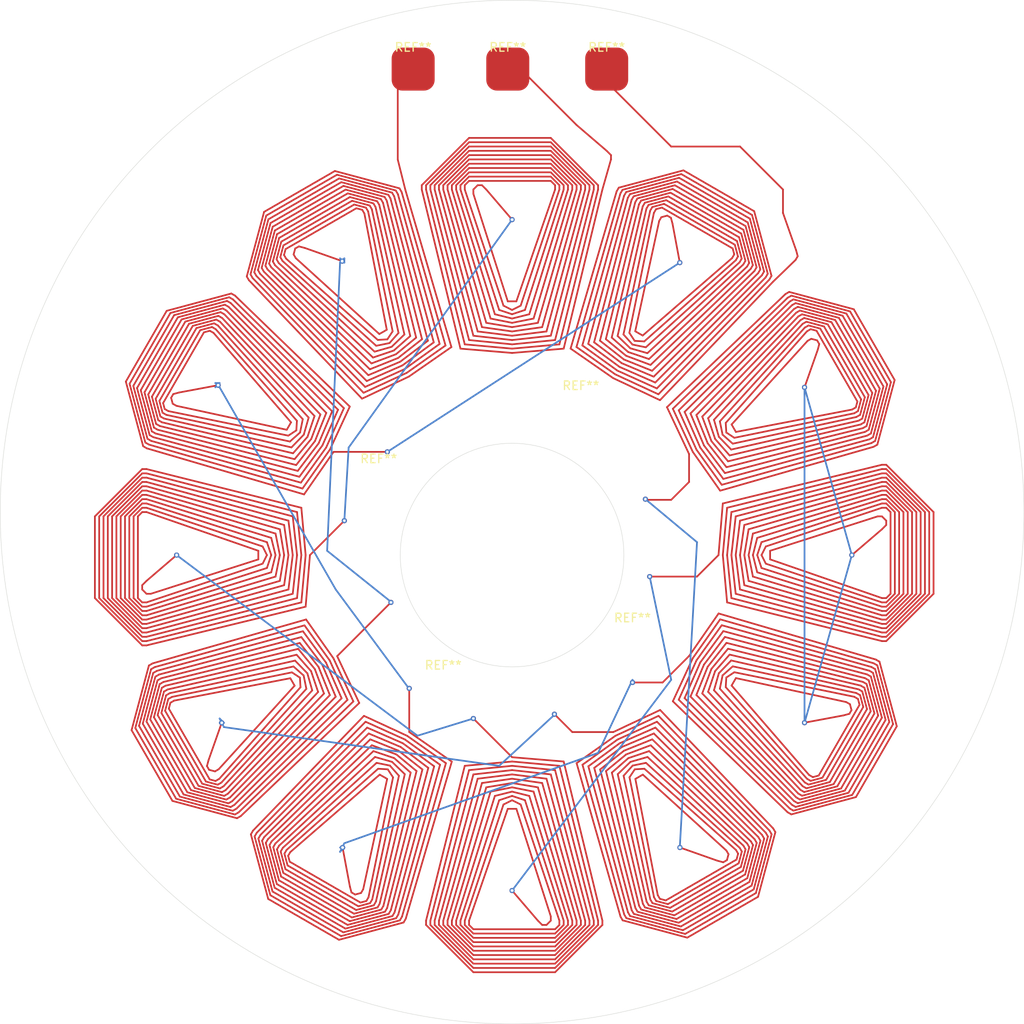
<source format=kicad_pcb>
(kicad_pcb (version 20240108) (generator "pcbnew") (generator_version "8.0")
  (layers (0 "F.Cu" signal) (1 "In1.Cu" signal) (2 "In2.Cu" signal) (31 "B.Cu" signal) (34 "B.Paste" user) (35 "F.Paste" user) (36 "B.SilkS" user "B.Silkscreen") (37 "F.SilkS" user "F.Silkscreen") (38 "B.Mask" user) (39 "F.Mask" user) (44 "Edge.Cuts" user))
  (net 0 "")
  (footprint "Connector_Wire:SolderWirePad_1x01_SMD_1x2mm" (layer "F.Cu") (at 159 43)
    (property "Reference" "REF**" (at 0 -2.54 0) (layer "F.SilkS"))
    (property "Value" "SolderWirePad_1x01_SMD_1x2mm")
    (pad "1" smd roundrect (at 0 0) (size 5 5) (layers "F.Cu" "F.Paste" "F.Mask"))
  )
  (footprint "MountingHole:MountingHole_2.1mm" (layer "F.Cu") (at 140 115.5)
    (property "Reference" "REF**" (at 0 -3.2 0) (layer "F.SilkS"))
    (property "Value" "MountingHole_2.1mm")
    (pad "" np_thru_hole circle (at 0 0) (size 2.1 2.1) (drill 2.1) (layers "*.Cu" "*.Mask"))
  )
  (footprint "MountingHole:MountingHole_2.1mm" (layer "F.Cu") (at 162 110)
    (property "Reference" "REF**" (at 0 -3.2 0) (layer "F.SilkS"))
    (property "Value" "MountingHole_2.1mm")
    (pad "" np_thru_hole circle (at 0 0) (size 2.1 2.1) (drill 2.1) (layers "*.Cu" "*.Mask"))
  )
  (footprint "MountingHole:MountingHole_2.1mm" (layer "F.Cu") (at 156 83)
    (property "Reference" "REF**" (at 0 -3.2 0) (layer "F.SilkS"))
    (property "Value" "MountingHole_2.1mm")
    (pad "" np_thru_hole circle (at 0 0) (size 2.1 2.1) (drill 2.1) (layers "*.Cu" "*.Mask"))
  )
  (footprint "Connector_Wire:SolderWirePad_1x01_SMD_1x2mm" (layer "F.Cu") (at 147.5 43)
    (property "Reference" "REF**" (at 0 -2.54 0) (layer "F.SilkS"))
    (property "Value" "SolderWirePad_1x01_SMD_1x2mm")
    (pad "1" smd roundrect (at 0 0) (size 5 5) (layers "F.Cu" "F.Paste" "F.Mask"))
  )
  (footprint "MountingHole:MountingHole_2.1mm" (layer "F.Cu") (at 132.5 91.5)
    (property "Reference" "REF**" (at 0 -3.2 0) (layer "F.SilkS"))
    (property "Value" "MountingHole_2.1mm")
    (pad "" np_thru_hole circle (at 0 0) (size 2.1 2.1) (drill 2.1) (layers "*.Cu" "*.Mask"))
  )
  (footprint "Connector_Wire:SolderWirePad_1x01_SMD_1x2mm" (layer "F.Cu") (at 136.5 43)
    (property "Reference" "REF**" (at 0 -2.54 0) (layer "F.SilkS"))
    (property "Value" "SolderWirePad_1x01_SMD_1x2mm")
    (pad "1" smd roundrect (at 0 0) (size 5 5) (layers "F.Cu" "F.Paste" "F.Mask"))
  )
  (gr_line (start 120.5 97) (end 105.500001 92.5) (stroke (width 0.2)) (layer "F.Cu"))
  (gr_line (start 105.000001 109.5) (end 105.500001 109.5) (stroke (width 0.2)) (layer "F.Cu"))
  (gr_line (start 159.766661 120.076605) (end 155 120.076605) (stroke (width 0.2)) (layer "F.Cu"))
  (gr_line (start 143 55.5) (end 152.5 55.5) (stroke (width 0.2)) (layer "F.Cu"))
  (gr_line (start 168.058656 116.132686) (end 180.531086 128.529796) (stroke (width 0.2)) (layer "F.Cu"))
  (gr_line (start 105.500001 108) (end 122 103.499999) (stroke (width 0.2)) (layer "F.Cu"))
  (gr_line (start 143 53.5) (end 152.5 53.5) (stroke (width 0.2)) (layer "F.Cu"))
  (gr_line (start 143 74.5) (end 148 75) (stroke (width 0.2)) (layer "F.Cu"))
  (gr_line (start 148 71.5) (end 149.5 71) (stroke (width 0.2)) (layer "F.Cu"))
  (gr_line (start 184.696151 72.669872) (end 189.44615 80.897115) (stroke (width 0.2)) (layer "F.Cu"))
  (gr_line (start 176.428203 66.035899) (end 175.147112 61.254811) (stroke (width 0.2)) (layer "F.Cu"))
  (gr_line (start 192.499998 94.499999) (end 192.499997 104.000002) (stroke (width 0.2)) (layer "F.Cu"))
  (gr_line (start 105.5 94) (end 105.000001 94) (stroke (width 0.2)) (layer "F.Cu"))
  (gr_line (start 153.000002 147.499998) (end 143.500001 147.499997) (stroke (width 0.2)) (layer "F.Cu"))
  (gr_line (start 174.5 52.00481) (end 166.5 52.00481) (stroke (width 0.2)) (layer "F.Cu"))
  (gr_line (start 173.522757 84.316985) (end 174.022755 85.183012) (stroke (width 0.2)) (layer "F.Cu"))
  (gr_line (start 161.472431 141.031087) (end 161.722431 141.4641) (stroke (width 0.2)) (layer "F.Cu"))
  (gr_line (start 161.888782 58.218914) (end 162.138782 57.785901) (stroke (width 0.2)) (layer "F.Cu"))
  (gr_line (start 159 52.5) (end 155.5 49.5) (stroke (width 0.2)) (layer "F.Cu"))
  (gr_line (start 116.027569 130.093268) (end 116.46058 129.843265) (stroke (width 0.2)) (layer "F.Cu"))
  (gr_line (start 158 142.5) (end 158.000001 142.000001) (stroke (width 0.2)) (layer "F.Cu"))
  (gr_line (start 188.397114 116.905441) (end 183.647115 125.132683) (stroke (width 0.2)) (layer "F.Cu"))
  (gr_line (start 107.428205 81.830128) (end 112.178204 73.602887) (stroke (width 0.2)) (layer "F.Cu"))
  (gr_line (start 173.999998 99.5) (end 174.499998 95.499999) (stroke (width 0.2)) (layer "F.Cu"))
  (gr_line (start 105.500001 106.999999) (end 121.000001 102.5) (stroke (width 0.2)) (layer "F.Cu"))
  (gr_line (start 130.919873 79.949674) (end 118.272758 67.044229) (stroke (width 0.2)) (layer "F.Cu"))
  (gr_line (start 173.499999 104.499998) (end 191 109.000002) (stroke (width 0.2)) (layer "F.Cu"))
  (gr_line (start 190.214098 86.227242) (end 192.044225 79.397115) (stroke (width 0.2)) (layer "F.Cu"))
  (gr_line (start 123.316987 109.718911) (end 107.210583 113.821796) (stroke (width 0.2)) (layer "F.Cu"))
  (gr_line (start 105.000001 108.499999) (end 101 104.5) (stroke (width 0.2)) (layer "F.Cu"))
  (gr_line (start 183.39711 73.419873) (end 188.147114 81.647114) (stroke (width 0.2)) (layer "F.Cu"))
  (gr_line (start 154.000002 123.499996) (end 148 122.999999) (stroke (width 0.2)) (layer "F.Cu"))
  (gr_line (start 105.500001 92.5) (end 105 92.499999) (stroke (width 0.2)) (layer "F.Cu"))
  (gr_line (start 189.464101 114.057368) (end 190.562177 118.155439) (stroke (width 0.2)) (layer "F.Cu"))
  (gr_line (start 130.23205 116.696153) (end 127.665063 111.249999) (stroke (width 0.2)) (layer "F.Cu"))
  (gr_line (start 182.348072 74.602886) (end 173.522757 84.316985) (stroke (width 0.2)) (layer "F.Cu"))
  (gr_line (start 188.781087 114.240377) (end 189.214099 114.49038) (stroke (width 0.2)) (layer "F.Cu"))
  (gr_line (start 169.424682 83.218911) (end 170.741668 86.500002) (stroke (width 0.2)) (layer "F.Cu"))
  (gr_line (start 116.027569 130.093268) (end 108.514428 128.080124) (stroke (width 0.2)) (layer "F.Cu"))
  (gr_line (start 160.749999 77.191344) (end 157.5359 74.75833) (stroke (width 0.2)) (layer "F.Cu"))
  (gr_line (start 150.5 126.999998) (end 148 126.499998) (stroke (width 0.2)) (layer "F.Cu"))
  (gr_line (start 113.111217 72.986862) (end 111.745191 73.352887) (stroke (width 0.2)) (layer "F.Cu"))
  (gr_line (start 121.669874 63.928204) (end 129.897115 59.178204) (stroke (width 0.2)) (layer "F.Cu"))
  (gr_line (start 163.565698 123.656731) (end 162.016661 123.973719) (stroke (width 0.2)) (layer "F.Cu"))
  (gr_line (start 188.531088 114.673392) (end 188.964103 114.923391) (stroke (width 0.2)) (layer "F.Cu"))
  (gr_line (start 163.02147 140.7141) (end 167.119547 141.812177) (stroke (width 0.2)) (layer "F.Cu"))
  (gr_line (start 148.000001 123.499998) (end 153.5 123.999999) (stroke (width 0.2)) (layer "F.Cu"))
  (gr_line (start 158.218911 74.575319) (end 162.321798 58.468913) (stroke (width 0.2)) (layer "F.Cu"))
  (gr_line (start 120.169873 61.330127) (end 128.397115 56.580127) (stroke (width 0.2)) (layer "F.Cu"))
  (gr_line (start 112.844556 125.580127) (end 108.094556 117.352886) (stroke (width 0.2)) (layer "F.Cu"))
  (gr_line (start 115.460581 128.111215) (end 115.027569 128.361216) (stroke (width 0.2)) (layer "F.Cu"))
  (gr_line (start 138.942633 124.058657) (end 134.339747 141.031088) (stroke (width 0.2)) (layer "F.Cu"))
  (gr_line (start 123.901924 63.79423) (end 128.25 65.325318) (stroke (width 0.2)) (layer "F.Cu"))
  (gr_line (start 143 52) (end 152.5 52) (stroke (width 0.2)) (layer "F.Cu"))
  (gr_line (start 108.544228 81.897116) (end 108.361217 81.214103) (stroke (width 0.2)) (layer "F.Cu"))
  (gr_line (start 176.499997 99.500001) (end 176.999998 101.000003) (stroke (width 0.2)) (layer "F.Cu"))
  (gr_line (start 190.999998 91.500001) (end 191.499997 91.500001) (stroke (width 0.2)) (layer "F.Cu"))
  (gr_line (start 127.232052 111.5) (end 129.54904 116.513139) (stroke (width 0.2)) (layer "F.Cu"))
  (gr_line (start 143 74.5) (end 138.5 57) (stroke (width 0.2)) (layer "F.Cu"))
  (gr_line (start 115.111217 69.52276) (end 108.28109 71.352888) (stroke (width 0.2)) (layer "F.Cu"))
  (gr_line (start 134.955772 141.964101) (end 128.125646 143.794229) (stroke (width 0.2)) (layer "F.Cu"))
  (gr_line (start 180.781087 128.096785) (end 181.214102 128.346784) (stroke (width 0.2)) (layer "F.Cu"))
  (gr_line (start 123.218911 63.611216) (end 123.901924 63.79423) (stroke (width 0.2)) (layer "F.Cu"))
  (gr_line (start 106.527569 113.638785) (end 105.063467 119.102884) (stroke (width 0.2)) (layer "F.Cu"))
  (gr_line (start 129.326606 138.7141) (end 129.143594 138.031089) (stroke (width 0.2)) (layer "F.Cu"))
  (gr_line (start 150.5 72) (end 155 57) (stroke (width 0.2)) (layer "F.Cu"))
  (gr_line (start 174.022756 113.802558) (end 173.522759 114.668585) (stroke (width 0.2)) (layer "F.Cu"))
  (gr_line (start 192.294227 119.155444) (end 187.544229 127.382681) (stroke (width 0.2)) (layer "F.Cu"))
  (gr_line (start 174.26314 64.785899) (end 173.897113 63.419874) (stroke (width 0.2)) (layer "F.Cu"))
  (gr_line (start 122.918585 85.000001) (end 121.985572 85.616026) (stroke (width 0.2)) (layer "F.Cu"))
  (gr_line (start 148 75.5) (end 142.5 75) (stroke (width 0.2)) (layer "F.Cu"))
  (gr_line (start 139.625645 123.875643) (end 135.545518 120.942632) (stroke (width 0.2)) (layer "F.Cu"))
  (gr_line (start 105.500002 105) (end 105 105) (stroke (width 0.2)) (layer "F.Cu"))
  (gr_line (start 135.045517 121.808658) (end 138.25962 124.241671) (stroke (width 0.2)) (layer "F.Cu"))
  (gr_line (start 141.5 56.5) (end 143 55) (stroke (width 0.2)) (layer "F.Cu"))
  (gr_line (start 114.960582 127.24519) (end 126.133975 115.598076) (stroke (width 0.2)) (layer "F.Cu"))
  (gr_line (start 123.133975 110.401923) (end 125.066987 112.749998) (stroke (width 0.2)) (layer "F.Cu"))
  (gr_line (start 122.401925 113.133974) (end 123.334936 113.749998) (stroke (width 0.2)) (layer "F.Cu"))
  (gr_line (start 173.290705 111.070506) (end 171.607694 112.985571) (stroke (width 0.2)) (layer "F.Cu"))
  (gr_line (start 148.000001 127.000001) (end 150.000002 127.499998) (stroke (width 0.2)) (layer "F.Cu"))
  (gr_line (start 162.754808 58.718912) (end 158.901924 74.392306) (stroke (width 0.2)) (layer "F.Cu"))
  (gr_line (start 131.834937 76.53461) (end 120.437823 65.794229) (stroke (width 0.2)) (layer "F.Cu"))
  (gr_line (start 163.199673 125.022757) (end 162.333646 125.522756) (stroke (width 0.2)) (layer "F.Cu"))
  (gr_line (start 127.766661 82.602886) (end 115.294229 70.205772) (stroke (width 0.2)) (layer "F.Cu"))
  (gr_line (start 123.351597 85.250001) (end 123.668584 83.700963) (stroke (width 0.2)) (layer "F.Cu"))
  (gr_line (start 110.246479 127.080128) (end 105.49648 118.852885) (stroke (width 0.2)) (layer "F.Cu"))
  (gr_line (start 105.361216 86.410255) (end 103.53109 79.580129) (stroke (width 0.2)) (layer "F.Cu"))
  (gr_line (start 123.8157 92.446155) (end 105.544229 87.093268) (stroke (width 0.2)) (layer "F.Cu"))
  (gr_line (start 128.866025 116.330126) (end 126.799039 111.75) (stroke (width 0.2)) (layer "F.Cu"))
  (gr_line (start 101.500002 104.5) (end 101.500001 94.999999) (stroke (width 0.2)) (layer "F.Cu"))
  (gr_line (start 153.5 123.999999) (end 158.000001 142.000001) (stroke (width 0.2)) (layer "F.Cu"))
  (gr_line (start 118.500001 100.000001) (end 118.500002 99) (stroke (width 0.2)) (layer "F.Cu"))
  (gr_line (start 105.500002 91) (end 122 95.5) (stroke (width 0.2)) (layer "F.Cu"))
  (gr_line (start 165.013137 80.80737) (end 160.000001 78.490382) (stroke (width 0.2)) (layer "F.Cu"))
  (gr_line (start 125.03461 83.334937) (end 114.294229 71.937823) (stroke (width 0.2)) (layer "F.Cu"))
  (gr_line (start 169.009615 87.500001) (end 166.69263 82.48686) (stroke (width 0.2)) (layer "F.Cu"))
  (gr_line (start 181.281086 71.75481) (end 181.714099 71.504811) (stroke (width 0.2)) (layer "F.Cu"))
  (gr_line (start 163.549037 75.343269) (end 174.446151 65.468913) (stroke (width 0.2)) (layer "F.Cu"))
  (gr_line (start 174.696152 65.035899) (end 174.147115 62.986861) (stroke (width 0.2)) (layer "F.Cu"))
  (gr_line (start 108.977242 82.147116) (end 121.802559 84.933015) (stroke (width 0.2)) (layer "F.Cu"))
  (gr_line (start 157.500001 142.499998) (end 153.000002 146.999999) (stroke (width 0.2)) (layer "F.Cu"))
  (gr_line (start 134.844555 125.156733) (end 133.795517 123.97372) (stroke (width 0.2)) (layer "F.Cu"))
  (gr_line (start 127.248712 87.500001) (end 133.5 87.500001) (stroke (width 0.2)) (layer "F.Cu"))
  (gr_line (start 147.500002 128.999998) (end 143 141.999999) (stroke (width 0.2)) (layer "F.Cu"))
  (gr_line (start 121.169873 63.062178) (end 129.397115 58.312178) (stroke (width 0.2)) (layer "F.Cu"))
  (gr_line (start 155.500001 142.499998) (end 153.000001 144.999999) (stroke (width 0.2)) (layer "F.Cu"))
  (gr_line (start 177.499997 100.499999) (end 176.999997 99.500001) (stroke (width 0.2)) (layer "F.Cu"))
  (gr_line (start 174.346787 135.330126) (end 166.119546 140.080125) (stroke (width 0.2)) (layer "F.Cu"))
  (gr_line (start 124.500001 99.5) (end 128.500001 95.5) (stroke (width 0.2)) (layer "F.Cu"))
  (gr_line (start 177.743902 132.2141) (end 176.096788 138.361213) (stroke (width 0.2)) (layer "F.Cu"))
  (gr_line (start 118.272758 67.044229) (end 118.022759 66.611216) (stroke (width 0.2)) (layer "F.Cu"))
  (gr_line (start 165.212814 117.509615) (end 159.766661 120.076605) (stroke (width 0.2)) (layer "F.Cu"))
  (gr_line (start 171.174681 112.735571) (end 173.107693 110.387493) (stroke (width 0.2)) (layer "F.Cu"))
  (gr_line (start 121.782377 133.781088) (end 132.429493 124.339746) (stroke (width 0.2)) (layer "F.Cu"))
  (gr_line (start 106.794229 84.928204) (end 106.361216 84.678204) (stroke (width 0.2)) (layer "F.Cu"))
  (gr_line (start 159.601598 124.790707) (end 163.204483 140.031088) (stroke (width 0.2)) (layer "F.Cu"))
  (gr_line (start 102.000001 104.5) (end 102 95.000001) (stroke (width 0.2)) (layer "F.Cu"))
  (gr_line (start 105.26314 80.580128) (end 110.013139 72.352887) (stroke (width 0.2)) (layer "F.Cu"))
  (gr_line (start 147.5 70) (end 148.5 70) (stroke (width 0.2)) (layer "F.Cu"))
  (gr_line (start 133.906735 140.78109) (end 138.25962 124.241671) (stroke (width 0.2)) (layer "F.Cu"))
  (gr_line (start 160.016659 120.509618) (end 165.0298 118.192631) (stroke (width 0.2)) (layer "F.Cu"))
  (gr_line (start 138.5 142.499997) (end 143.500001 147.499997) (stroke (width 0.2)) (layer "F.Cu"))
  (gr_line (start 128.866025 116.330126) (end 115.960581 128.977242) (stroke (width 0.2)) (layer "F.Cu"))
  (gr_line (start 181.281086 127.23076) (end 170.107694 115.583644) (stroke (width 0.2)) (layer "F.Cu"))
  (gr_line (start 152.5 74) (end 157 57) (stroke (width 0.2)) (layer "F.Cu"))
  (gr_line (start 118.500002 99) (end 105.500001 94.5) (stroke (width 0.2)) (layer "F.Cu"))
  (gr_line (start 105.500002 91) (end 105.000001 91.000001) (stroke (width 0.2)) (layer "F.Cu"))
  (gr_line (start 134.955772 141.964101) (end 135.205773 141.531089) (stroke (width 0.2)) (layer "F.Cu"))
  (gr_line (start 190.464101 112.325315) (end 192.294227 119.155444) (stroke (width 0.2)) (layer "F.Cu"))
  (gr_line (start 120.919873 62.629165) (end 129.147114 57.879165) (stroke (width 0.2)) (layer "F.Cu"))
  (gr_line (start 134.116026 73.485572) (end 133.5 74.418585) (stroke (width 0.2)) (layer "F.Cu"))
  (gr_line (start 186.848074 116.588453) (end 174.022756 113.802558) (stroke (width 0.2)) (layer "F.Cu"))
  (gr_line (start 182.031089 73.053847) (end 182.464099 72.803851) (stroke (width 0.2)) (layer "F.Cu"))
  (gr_line (start 104.397114 80.080127) (end 109.147114 71.852887) (stroke (width 0.2)) (layer "F.Cu"))
  (gr_line (start 181.4641 71.071795) (end 185.562174 72.169873) (stroke (width 0.2)) (layer "F.Cu"))
  (gr_line (start 158.5 57) (end 159.5 53.5) (stroke (width 0.2)) (layer "F.Cu"))
  (gr_line (start 163.187822 58.968915) (end 163.437821 58.535899) (stroke (width 0.2)) (layer "F.Cu"))
  (gr_line (start 148.000001 128) (end 149.000001 128.499999) (stroke (width 0.2)) (layer "F.Cu"))
  (gr_line (start 106.611216 84.245192) (end 105.696152 80.830128) (stroke (width 0.2)) (layer "F.Cu"))
  (gr_line (start 151.5 125.999999) (end 156.000001 141.999999) (stroke (width 0.2)) (layer "F.Cu"))
  (gr_line (start 120.419873 61.76314) (end 128.647114 57.01314) (stroke (width 0.2)) (layer "F.Cu"))
  (gr_line (start 161.455773 57.968912) (end 161.705768 57.535899) (stroke (width 0.2)) (layer "F.Cu"))
  (gr_line (start 122.168586 86.299039) (end 123.351597 85.250001) (stroke (width 0.2)) (layer "F.Cu"))
  (gr_line (start 172.009621 106.289417) (end 190.281088 111.642303) (stroke (width 0.2)) (layer "F.Cu"))
  (gr_line (start 140 57) (end 140 56.5) (stroke (width 0.2)) (layer "F.Cu"))
  (gr_line (start 129.375646 141.629165) (end 121.148404 136.879165) (stroke (width 0.2)) (layer "F.Cu"))
  (gr_line (start 147 128.499998) (end 148.000001 128) (stroke (width 0.2)) (layer "F.Cu"))
  (gr_line (start 114.111217 71.254811) (end 110.013139 72.352887) (stroke (width 0.2)) (layer "F.Cu"))
  (gr_line (start 120.669873 62.196153) (end 128.897115 57.446153) (stroke (width 0.2)) (layer "F.Cu"))
  (gr_line (start 133.611216 57.611217) (end 128.147114 56.147115) (stroke (width 0.2)) (layer "F.Cu"))
  (gr_line (start 153.000001 142.999998) (end 143.5 142.999999) (stroke (width 0.2)) (layer "F.Cu"))
  (gr_line (start 160.406731 56.785901) (end 160.156733 57.218912) (stroke (width 0.2)) (layer "F.Cu"))
  (gr_line (start 115.71058 128.544228) (end 115.277567 128.794228) (stroke (width 0.2)) (layer "F.Cu"))
  (gr_line (start 139.5 57) (end 144 73.5) (stroke (width 0.2)) (layer "F.Cu"))
  (gr_line (start 131.331417 120.241671) (end 135.045517 121.808658) (stroke (width 0.2)) (layer "F.Cu"))
  (gr_line (start 104.000001 104.5) (end 104.000001 95.000001) (stroke (width 0.2)) (layer "F.Cu"))
  (gr_line (start 160.499999 77.624356) (end 164.647115 79.441345) (stroke (width 0.2)) (layer "F.Cu"))
  (gr_line (start 122.500001 99.5) (end 122 103.499999) (stroke (width 0.2)) (layer "F.Cu"))
  (gr_line (start 105.111217 86.843268) (end 103.098076 79.330128) (stroke (width 0.2)) (layer "F.Cu"))
  (gr_line (start 180.464102 69.339747) (end 187.294225 71.169872) (stroke (width 0.2)) (layer "F.Cu"))
  (gr_line (start 183.39711 73.419873) (end 182.7141 73.236861) (stroke (width 0.2)) (layer "F.Cu"))
  (gr_line (start 107.544229 83.629166) (end 122.351597 86.982052) (stroke (width 0.2)) (layer "F.Cu"))
  (gr_line (start 141.500001 142.499999) (end 143.500002 144.499998) (stroke (width 0.2)) (layer "F.Cu"))
  (gr_line (start 148 72.5) (end 150.5 72) (stroke (width 0.2)) (layer "F.Cu"))
  (gr_line (start 163.620833 59.21891) (end 160.267949 74.026285) (stroke (width 0.2)) (layer "F.Cu"))
  (gr_line (start 173.473715 87.23205) (end 172.040706 85.749999) (stroke (width 0.2)) (layer "F.Cu"))
  (gr_line (start 131.468911 77.900635) (end 119.571797 66.294229) (stroke (width 0.2)) (layer "F.Cu"))
  (gr_line (start 138 142) (end 142.500001 123.999999) (stroke (width 0.2)) (layer "F.Cu"))
  (gr_line (start 189.214097 84.49519) (end 190.312178 80.397113) (stroke (width 0.2)) (layer "F.Cu"))
  (gr_line (start 161.016658 122.241669) (end 158.235573 124.424681) (stroke (width 0.2)) (layer "F.Cu"))
  (gr_line (start 191 107.500001) (end 191.499995 107.500002) (stroke (width 0.2)) (layer "F.Cu"))
  (gr_line (start 175.999997 97) (end 175.499999 99.500002) (stroke (width 0.2)) (layer "F.Cu"))
  (gr_line (start 158 142.5) (end 153.000002 147.499998) (stroke (width 0.2)) (layer "F.Cu"))
  (gr_line (start 132.312178 58.361216) (end 128.897115 57.446153) (stroke (width 0.2)) (layer "F.Cu"))
  (gr_line (start 164.320509 139.964101) (end 166.369545 140.51314) (stroke (width 0.2)) (layer "F.Cu"))
  (gr_line (start 171.607694 86) (end 173.290705 87.915062) (stroke (width 0.2)) (layer "F.Cu"))
  (gr_line (start 145.5 72) (end 148 72.5) (stroke (width 0.2)) (layer "F.Cu"))
  (gr_line (start 109.813466 127.330126) (end 105.063467 119.102884) (stroke (width 0.2)) (layer "F.Cu"))
  (gr_line (start 124.049037 106.986859) (end 127.232052 111.5) (stroke (width 0.2)) (layer "F.Cu"))
  (gr_line (start 189.964102 113.191342) (end 191.428202 118.655444) (stroke (width 0.2)) (layer "F.Cu"))
  (gr_line (start 190.999996 92.000001) (end 175.499997 96.499998) (stroke (width 0.2)) (layer "F.Cu"))
  (gr_line (start 134.795517 122.241669) (end 131.514428 120.924682) (stroke (width 0.2)) (layer "F.Cu"))
  (gr_line (start 129.132686 82.236862) (end 126.815699 87.250001) (stroke (width 0.2)) (layer "F.Cu"))
  (gr_line (start 153.000001 124.499999) (end 157.500002 141.999999) (stroke (width 0.2)) (layer "F.Cu"))
  (gr_line (start 129.143594 138.031089) (end 128.295518 133.5) (stroke (width 0.2)) (layer "F.Cu"))
  (gr_line (start 126.366025 112) (end 123.683013 108.352884) (stroke (width 0.2)) (layer "F.Cu"))
  (gr_line (start 160.28461 124.973718) (end 161.76666 123.540708) (stroke (width 0.2)) (layer "F.Cu"))
  (gr_line (start 188.03109 115.539416) (end 188.464101 115.789417) (stroke (width 0.2)) (layer "F.Cu"))
  (gr_line (start 120.187822 65.361217) (end 120.919873 62.629165) (stroke (width 0.2)) (layer "F.Cu"))
  (gr_line (start 188.281088 115.106402) (end 173.47372 111.753517) (stroke (width 0.2)) (layer "F.Cu"))
  (gr_line (start 138.214101 74.583648) (end 135 77.016661) (stroke (width 0.2)) (layer "F.Cu"))
  (gr_line (start 142.000001 142.499999) (end 143.499999 143.999999) (stroke (width 0.2)) (layer "F.Cu"))
  (gr_line (start 143.499999 124.999998) (end 139 142) (stroke (width 0.2)) (layer "F.Cu"))
  (gr_line (start 134.522761 141.714102) (end 128.375646 143.361215) (stroke (width 0.2)) (layer "F.Cu"))
  (gr_line (start 106.960581 113.388782) (end 106.527569 113.638785) (stroke (width 0.2)) (layer "F.Cu"))
  (gr_line (start 157 57) (end 157 56.5) (stroke (width 0.2)) (layer "F.Cu"))
  (gr_line (start 153.5 75) (end 148 75.5) (stroke (width 0.2)) (layer "F.Cu"))
  (gr_line (start 146.5 71) (end 142 57) (stroke (width 0.2)) (layer "F.Cu"))
  (gr_line (start 135 77.016661) (end 131.285899 78.583648) (stroke (width 0.2)) (layer "F.Cu"))
  (gr_line (start 132.607696 140.031089) (end 132.357697 140.464102) (stroke (width 0.2)) (layer "F.Cu"))
  (gr_line (start 119.138784 66.544229) (end 131.285899 78.583648) (stroke (width 0.2)) (layer "F.Cu"))
  (gr_line (start 163.366026 74.660256) (end 162.249999 74.593269) (stroke (width 0.2)) (layer "F.Cu"))
  (gr_line (start 174.499999 103.499999) (end 173.999998 99.5) (stroke (width 0.2)) (layer "F.Cu"))
  (gr_line (start 189.281087 113.374354) (end 172.741668 109.02147) (stroke (width 0.2)) (layer "F.Cu"))
  (gr_line (start 172.999995 105.000003) (end 172.499998 99.499999) (stroke (width 0.2)) (layer "F.Cu"))
  (gr_line (start 126.400635 82.968912) (end 114.794229 71.071797) (stroke (width 0.2)) (layer "F.Cu"))
  (gr_line (start 135.75 78.315699) (end 130.73686 80.632686) (stroke (width 0.2)) (layer "F.Cu"))
  (gr_line (start 139 142) (end 138.999999 142.499999) (stroke (width 0.2)) (layer "F.Cu"))
  (gr_line (start 105.5 105.5) (end 105.000001 105.499999) (stroke (width 0.2)) (layer "F.Cu"))
  (gr_line (start 134.75 76.583649) (end 137.531089 74.400635) (stroke (width 0.2)) (layer "F.Cu"))
  (gr_line (start 124.084937 115.049038) (end 123.767948 113.5) (stroke (width 0.2)) (layer "F.Cu"))
  (gr_line (start 136.210581 124.790708) (end 134.295517 123.107696) (stroke (width 0.2)) (layer "F.Cu"))
  (gr_line (start 166.69263 82.48686) (end 180.031088 69.589743) (stroke (width 0.2)) (layer "F.Cu"))
  (gr_line (start 162.155447 141.214099) (end 167.619546 142.678202) (stroke (width 0.2)) (layer "F.Cu"))
  (gr_line (start 114.611216 70.388786) (end 109.147114 71.852887) (stroke (width 0.2)) (layer "F.Cu"))
  (gr_line (start 105.500001 106) (end 120.000001 101.5) (stroke (width 0.2)) (layer "F.Cu"))
  (gr_line (start 161.650634 125.339746) (end 162.266659 124.40673) (stroke (width 0.2)) (layer "F.Cu"))
  (gr_line (start 191.499995 93.500001) (end 192.499998 94.499999) (stroke (width 0.2)) (layer "F.Cu"))
  (gr_line (start 144 125.499999) (end 148 124.999999) (stroke (width 0.2)) (layer "F.Cu"))
  (gr_line (start 142 75.5) (end 148 76) (stroke (width 0.2)) (layer "F.Cu"))
  (gr_line (start 158 56.5) (end 152.5 51) (stroke (width 0.2)) (layer "F.Cu"))
  (gr_line (start 118.888784 66.111216) (end 120.169873 61.330127) (stroke (width 0.2)) (layer "F.Cu"))
  (gr_line (start 181.531088 126.797745) (end 181.964101 127.047745) (stroke (width 0.2)) (layer "F.Cu"))
  (gr_line (start 164.464101 78.758331) (end 160.749999 77.191344) (stroke (width 0.2)) (layer "F.Cu"))
  (gr_line (start 142.5 142.499998) (end 143.500002 143.5) (stroke (width 0.2)) (layer "F.Cu"))
  (gr_line (start 171.607694 112.985571) (end 170.790705 115.400633) (stroke (width 0.2)) (layer "F.Cu"))
  (gr_line (start 105.500001 108.999999) (end 105 109) (stroke (width 0.2)) (layer "F.Cu"))
  (gr_line (start 144.5 73) (end 148 73.5) (stroke (width 0.2)) (layer "F.Cu"))
  (gr_line (start 105.000001 103.5) (end 105.000001 103) (stroke (width 0.2)) (layer "F.Cu"))
  (gr_line (start 182.2141 126.614735) (end 184.94615 125.882684) (stroke (width 0.2)) (layer "F.Cu"))
  (gr_line (start 191.499999 104.500001) (end 191.999995 104.000002) (stroke (width 0.2)) (layer "F.Cu"))
  (gr_line (start 124 99.5) (end 123.500001 105) (stroke (width 0.2)) (layer "F.Cu"))
  (gr_line (start 174.096786 134.897112) (end 165.869547 139.647112) (stroke (width 0.2)) (layer "F.Cu"))
  (gr_line (start 183.830126 73.169873) (end 188.580124 81.397111) (stroke (width 0.2)) (layer "F.Cu"))
  (gr_line (start 161.25 76.325318) (end 158.901924 74.392306) (stroke (width 0.2)) (layer "F.Cu"))
  (gr_line (start 120.050329 132.781089) (end 119.800327 133.214101) (stroke (width 0.2)) (layer "F.Cu"))
  (gr_line (start 114.04423 72.370835) (end 113.611216 72.120837) (stroke (width 0.2)) (layer "F.Cu"))
  (gr_line (start 125.450963 115.415062) (end 124.633975 112.999999) (stroke (width 0.2)) (layer "F.Cu"))
  (gr_line (start 165.102885 60.651925) (end 165.352885 60.218914) (stroke (width 0.2)) (layer "F.Cu"))
  (gr_line (start 121.500001 99.500001) (end 121.000001 102.5) (stroke (width 0.2)) (layer "F.Cu"))
  (gr_line (start 178.343265 67.718911) (end 180.959292 65.187823) (stroke (width 0.2)) (layer "F.Cu"))
  (gr_line (start 190.999998 105.000001) (end 191.499997 105) (stroke (width 0.2)) (layer "F.Cu"))
  (gr_line (start 177.910256 67.468912) (end 165.013137 80.80737) (stroke (width 0.2)) (layer "F.Cu"))
  (gr_line (start 176.611213 66.718914) (end 164.464101 78.758331) (stroke (width 0.2)) (layer "F.Cu"))
  (gr_line (start 113.544229 73.236861) (end 122.985573 83.883975) (stroke (width 0.2)) (layer "F.Cu"))
  (gr_line (start 191.861214 118.90544) (end 187.111214 127.132684) (stroke (width 0.2)) (layer "F.Cu"))
  (gr_line (start 175.312177 65.968914) (end 175.562177 65.535899) (stroke (width 0.2)) (layer "F.Cu"))
  (gr_line (start 138.897115 74.766661) (end 134.294229 57.794229) (stroke (width 0.2)) (layer "F.Cu"))
  (gr_line (start 193.999995 94.499999) (end 193.999996 103.999999) (stroke (width 0.2)) (layer "F.Cu"))
  (gr_line (start 122.500001 104) (end 123 99.500001) (stroke (width 0.2)) (layer "F.Cu"))
  (gr_line (start 153.5 57) (end 149 70.5) (stroke (width 0.2)) (layer "F.Cu"))
  (gr_line (start 189.464102 84.928204) (end 190.745187 80.147115) (stroke (width 0.2)) (layer "F.Cu"))
  (gr_line (start 180.714101 129.212811) (end 187.544229 127.382681) (stroke (width 0.2)) (layer "F.Cu"))
  (gr_line (start 142.000002 141.999997) (end 142.000001 142.499999) (stroke (width 0.2)) (layer "F.Cu"))
  (gr_line (start 155 120.076605) (end 152.923395 118) (stroke (width 0.2)) (layer "F.Cu"))
  (gr_line (start 149.499999 127.999999) (end 148 127.499999) (stroke (width 0.2)) (layer "F.Cu"))
  (gr_line (start 176.178203 66.468914) (end 176.428203 66.035899) (stroke (width 0.2)) (layer "F.Cu"))
  (gr_line (start 143 55) (end 152.5 55) (stroke (width 0.2)) (layer "F.Cu"))
  (gr_line (start 105.500001 92.999999) (end 105.000002 93.000001) (stroke (width 0.2)) (layer "F.Cu"))
  (gr_line (start 119.419873 60.03109) (end 127.647114 55.28109) (stroke (width 0.2)) (layer "F.Cu"))
  (gr_line (start 107.960581 115.120833) (end 122.767947 111.767949) (stroke (width 0.2)) (layer "F.Cu"))
  (gr_line (start 173.999996 94.999999) (end 190.999998 90.5) (stroke (width 0.2)) (layer "F.Cu"))
  (gr_line (start 138.000002 142.5) (end 143.5 147.999999) (stroke (width 0.2)) (layer "F.Cu"))
  (gr_line (start 117.885264 131.531088) (end 130.782377 118.19263) (stroke (width 0.2)) (layer "F.Cu"))
  (gr_line (start 180.464102 69.339747) (end 180.031088 69.589743) (stroke (width 0.2)) (layer "F.Cu"))
  (gr_line (start 188.830128 117.155443) (end 184.080124 125.382684) (stroke (width 0.2)) (layer "F.Cu"))
  (gr_line (start 164.75352 139.714101) (end 166.119546 140.080125) (stroke (width 0.2)) (layer "F.Cu"))
  (gr_line (start 191.5 91.999998) (end 193.999995 94.499999) (stroke (width 0.2)) (layer "F.Cu"))
  (gr_line (start 121.500001 103) (end 105.500001 107.5) (stroke (width 0.2)) (layer "F.Cu"))
  (gr_line (start 148 124.999999) (end 151.999999 125.5) (stroke (width 0.2)) (layer "F.Cu"))
  (gr_line (start 155.5 141.999999) (end 151.000001 126.499999) (stroke (width 0.2)) (layer "F.Cu"))
  (gr_line (start 103.500001 104.5) (end 103.5 94.999999) (stroke (width 0.2)) (layer "F.Cu"))
  (gr_line (start 107.361217 82.946153) (end 106.995191 81.580128) (stroke (width 0.2)) (layer "F.Cu"))
  (gr_line (start 187.727241 70.919873) (end 192.47724 79.147113) (stroke (width 0.2)) (layer "F.Cu"))
  (gr_line (start 161.888782 58.218914) (end 157.5359 74.75833) (stroke (width 0.2)) (layer "F.Cu"))
  (gr_line (start 180.781086 70.888784) (end 181.214101 70.638782) (stroke (width 0.2)) (layer "F.Cu"))
  (gr_line (start 132.129166 59.044229) (end 135.482051 73.851598) (stroke (width 0.2)) (layer "F.Cu"))
  (gr_line (start 142 57) (end 142 56.5) (stroke (width 0.2)) (layer "F.Cu"))
  (gr_line (start 119.500002 100.999999) (end 120.000001 99.5) (stroke (width 0.2)) (layer "F.Cu"))
  (gr_line (start 149.5 71) (end 154 57) (stroke (width 0.2)) (layer "F.Cu"))
  (gr_line (start 105.000001 94) (end 104.000001 95.000001) (stroke (width 0.2)) (layer "F.Cu"))
  (gr_line (start 167.375644 82.669872) (end 169.442632 87.249999) (stroke (width 0.2)) (layer "F.Cu"))
  (gr_line (start 131.308658 139.281089) (end 131.058656 139.714102) (stroke (width 0.2)) (layer "F.Cu"))
  (gr_line (start 190.031087 86.910254) (end 172.19263 92.013139) (stroke (width 0.2)) (layer "F.Cu"))
  (gr_line (start 157.5 57) (end 157.5 56.5) (stroke (width 0.2)) (layer "F.Cu"))
  (gr_line (start 131.491672 139.964101) (end 130.125646 140.330127) (stroke (width 0.2)) (layer "F.Cu"))
  (gr_line (start 144.5 73) (end 140 57) (stroke (width 0.2)) (layer "F.Cu"))
  (gr_line (start 115.460581 128.111215) (end 127.5 115.9641) (stroke (width 0.2)) (layer "F.Cu"))
  (gr_line (start 184.263135 72.919871) (end 189.01314 81.147115) (stroke (width 0.2)) (layer "F.Cu"))
  (gr_line (start 148 74) (end 144 73.5) (stroke (width 0.2)) (layer "F.Cu"))
  (gr_line (start 108.977242 82.147116) (end 108.544228 81.897116) (stroke (width 0.2)) (layer "F.Cu"))
  (gr_line (start 172.375644 107.655442) (end 189.78109 112.508328) (stroke (width 0.2)) (layer "F.Cu"))
  (gr_line (start 108.460581 115.986859) (end 122.401925 113.133974) (stroke (width 0.2)) (layer "F.Cu"))
  (gr_line (start 161.039418 141.281087) (end 161.289419 141.714099) (stroke (width 0.2)) (layer "F.Cu"))
  (gr_line (start 123.000002 104.5) (end 123.5 99.499999) (stroke (width 0.2)) (layer "F.Cu"))
  (gr_line (start 170.790705 115.400633) (end 181.531088 126.797745) (stroke (width 0.2)) (layer "F.Cu"))
  (gr_line (start 173.290705 111.070506) (end 188.531088 114.673392) (stroke (width 0.2)) (layer "F.Cu"))
  (gr_line (start 105.500001 108) (end 105.000001 108) (stroke (width 0.2)) (layer "F.Cu"))
  (gr_line (start 164.846788 118.875642) (end 177.4939 131.781089) (stroke (width 0.2)) (layer "F.Cu"))
  (gr_line (start 133.47853 125.522759) (end 132.612507 125.022759) (stroke (width 0.2)) (layer "F.Cu"))
  (gr_line (start 172.19263 92.013139) (end 169.009615 87.500001) (stroke (width 0.2)) (layer "F.Cu"))
  (gr_line (start 129.54904 116.513139) (end 116.21058 129.410254) (stroke (width 0.2)) (layer "F.Cu"))
  (gr_line (start 134.772758 141.281089) (end 134.522761 141.714102) (stroke (width 0.2)) (layer "F.Cu"))
  (gr_line (start 155.503522 123.69263) (end 160.016659 120.509618) (stroke (width 0.2)) (layer "F.Cu"))
  (gr_line (start 175.578839 133.4641) (end 174.846787 136.196152) (stroke (width 0.2)) (layer "F.Cu"))
  (gr_line (start 105.5 89.5) (end 105.000001 89.5) (stroke (width 0.2)) (layer "F.Cu"))
  (gr_line (start 148.5 70) (end 153 57) (stroke (width 0.2)) (layer "F.Cu"))
  (gr_line (start 164.281087 78.075318) (end 176.178203 66.468914) (stroke (width 0.2)) (layer "F.Cu"))
  (gr_line (start 190.999996 93.000002) (end 191.499999 93.000003) (stroke (width 0.2)) (layer "F.Cu"))
  (gr_line (start 105.000001 105.499999) (end 104.000001 104.5) (stroke (width 0.2)) (layer "F.Cu"))
  (gr_line (start 191.499999 89.000001) (end 196.999995 94.500001) (stroke (width 0.2)) (layer "F.Cu"))
  (gr_line (start 117.885264 131.531088) (end 117.635264 131.964101) (stroke (width 0.2)) (layer "F.Cu"))
  (gr_line (start 163.454483 140.464102) (end 166.869545 141.379161) (stroke (width 0.2)) (layer "F.Cu"))
  (gr_line (start 170.308655 112.235571) (end 172.741668 109.02147) (stroke (width 0.2)) (layer "F.Cu"))
  (gr_line (start 118.75129 132.031089) (end 118.501289 132.464102) (stroke (width 0.2)) (layer "F.Cu"))
  (gr_line (start 135.160254 57.294229) (end 140.26314 75.132687) (stroke (width 0.2)) (layer "F.Cu"))
  (gr_line (start 134.799038 73.668584) (end 131.696153 59.294229) (stroke (width 0.2)) (layer "F.Cu"))
  (gr_line (start 170.741668 86.500002) (end 172.924678 89.281088) (stroke (width 0.2)) (layer "F.Cu"))
  (gr_line (start 162.771471 140.281086) (end 158.918583 124.607694) (stroke (width 0.2)) (layer "F.Cu"))
  (gr_line (start 128.625645 142.928204) (end 120.398404 138.178204) (stroke (width 0.2)) (layer "F.Cu"))
  (gr_line (start 141.5 57) (end 141.5 56.5) (stroke (width 0.2)) (layer "F.Cu"))
  (gr_line (start 191.499998 106.500001) (end 193.999996 103.999999) (stroke (width 0.2)) (layer "F.Cu"))
  (gr_line (start 112.777569 124.464101) (end 112.527569 124.03109) (stroke (width 0.2)) (layer "F.Cu"))
  (gr_line (start 182.9641 125.315696) (end 183.647115 125.132683) (stroke (width 0.2)) (layer "F.Cu"))
  (gr_line (start 147.999999 124.000001) (end 143.000001 124.499998) (stroke (width 0.2)) (layer "F.Cu"))
  (gr_line (start 122.900635 89.031089) (end 106.794229 84.928204) (stroke (width 0.2)) (layer "F.Cu"))
  (gr_line (start 105.000002 90.5) (end 100.500001 94.999999) (stroke (width 0.2)) (layer "F.Cu"))
  (gr_line (start 175.745187 66.218913) (end 164.098075 77.392307) (stroke (width 0.2)) (layer "F.Cu"))
  (gr_line (start 191.499998 108.500001) (end 195.999997 104) (stroke (width 0.2)) (layer "F.Cu"))
  (gr_line (start 134.844555 125.156733) (end 131.74167 139.531088) (stroke (width 0.2)) (layer "F.Cu"))
  (gr_line (start 156 142.5) (end 153.000002 145.499997) (stroke (width 0.2)) (layer "F.Cu"))
  (gr_line (start 119.321797 65.861216) (end 120.419873 61.76314) (stroke (width 0.2)) (layer "F.Cu"))
  (gr_line (start 156.500001 141.999998) (end 151.999999 125.5) (stroke (width 0.2)) (layer "F.Cu"))
  (gr_line (start 105.111217 86.843268) (end 105.544229 87.093268) (stroke (width 0.2)) (layer "F.Cu"))
  (gr_line (start 191.499997 89.500002) (end 196.499996 94.5) (stroke (width 0.2)) (layer "F.Cu"))
  (gr_line (start 174.013138 65.218914) (end 174.26314 64.785899) (stroke (width 0.2)) (layer "F.Cu"))
  (gr_line (start 105.000002 93.000001) (end 103 95.000001) (stroke (width 0.2)) (layer "F.Cu"))
  (gr_line (start 174.846787 136.196152) (end 166.619546 140.94615) (stroke (width 0.2)) (layer "F.Cu"))
  (gr_line (start 130.442631 138.781089) (end 129.759619 138.964101) (stroke (width 0.2)) (layer "F.Cu"))
  (gr_line (start 180.714099 69.772757) (end 186.861213 71.41987) (stroke (width 0.2)) (layer "F.Cu"))
  (gr_line (start 180.214098 68.906734) (end 179.781086 69.156731) (stroke (width 0.2)) (layer "F.Cu"))
  (gr_line (start 158.235573 124.424681) (end 162.338455 140.531087) (stroke (width 0.2)) (layer "F.Cu"))
  (gr_line (start 188.4641 83.196152) (end 189.01314 81.147115) (stroke (width 0.2)) (layer "F.Cu"))
  (gr_line (start 106.960581 113.388782) (end 123.500001 109.035898) (stroke (width 0.2)) (layer "F.Cu"))
  (gr_line (start 159.584936 74.209293) (end 163.187822 58.968915) (stroke (width 0.2)) (layer "F.Cu"))
  (gr_line (start 121.500001 103) (end 122.000002 99.499999) (stroke (width 0.2)) (layer "F.Cu"))
  (gr_line (start 133.473721 140.531089) (end 133.22372 140.964101) (stroke (width 0.2)) (layer "F.Cu"))
  (gr_line (start 191.499997 105) (end 192.499997 104.000002) (stroke (width 0.2)) (layer "F.Cu"))
  (gr_line (start 162.571796 58.035898) (end 166.669872 56.937824) (stroke (width 0.2)) (layer "F.Cu"))
  (gr_line (start 135.295517 121.375644) (end 131.148404 119.558655) (stroke (width 0.2)) (layer "F.Cu"))
  (gr_line (start 107.527568 115.370834) (end 106.795518 118.102884) (stroke (width 0.2)) (layer "F.Cu"))
  (gr_line (start 172.473723 113.485571) (end 172.156734 115.034608) (stroke (width 0.2)) (layer "F.Cu"))
  (gr_line (start 105.500001 106.999999) (end 105.000001 107.000001) (stroke (width 0.2)) (layer "F.Cu"))
  (gr_line (start 131.879165 58.611217) (end 129.147114 57.879165) (stroke (width 0.2)) (layer "F.Cu"))
  (gr_line (start 176.346785 138.794225) (end 168.119545 143.544225) (stroke (width 0.2)) (layer "F.Cu"))
  (gr_line (start 134.339747 141.031088) (end 134.089746 141.464102) (stroke (width 0.2)) (layer "F.Cu"))
  (gr_line (start 177.044228 66.968914) (end 177.294229 66.535901) (stroke (width 0.2)) (layer "F.Cu"))
  (gr_line (start 182.281086 73.486859) (end 172.839744 84.133973) (stroke (width 0.2)) (layer "F.Cu"))
  (gr_line (start 164.303848 59.0359) (end 165.669872 58.669874) (stroke (width 0.2)) (layer "F.Cu"))
  (gr_line (start 158 57) (end 158 56.5) (stroke (width 0.2)) (layer "F.Cu"))
  (gr_line (start 191.428202 118.655444) (end 186.678203 126.882684) (stroke (width 0.2)) (layer "F.Cu"))
  (gr_line (start 121.532379 134.214102) (end 121.898403 135.580127) (stroke (width 0.2)) (layer "F.Cu"))
  (gr_line (start 158 57) (end 153.5 75) (stroke (width 0.2)) (layer "F.Cu"))
  (gr_line (start 161.272757 57.285899) (end 167.419871 55.638785) (stroke (width 0.2)) (layer "F.Cu"))
  (gr_line (start 142 75.5) (end 137.5 57) (stroke (width 0.2)) (layer "F.Cu"))
  (gr_line (start 180.781086 70.888784) (end 168.74167 83.035899) (stroke (width 0.2)) (layer "F.Cu"))
  (gr_line (start 187.964099 82.330124) (end 188.147114 81.647114) (stroke (width 0.2)) (layer "F.Cu"))
  (gr_line (start 143 51.5) (end 152.5 51.5) (stroke (width 0.2)) (layer "F.Cu"))
  (gr_line (start 163.565698 123.656731) (end 174.462814 133.531087) (stroke (width 0.2)) (layer "F.Cu"))
  (gr_line (start 130.580127 59.361216) (end 129.897115 59.178204) (stroke (width 0.2)) (layer "F.Cu"))
  (gr_line (start 168.576607 111.23557) (end 165.5 114.312177) (stroke (width 0.2)) (layer "F.Cu"))
  (gr_line (start 172.741668 89.964101) (end 170.308656 86.749999) (stroke (width 0.2)) (layer "F.Cu"))
  (gr_line (start 173.107692 88.598074) (end 171.17468 86.25) (stroke (width 0.2)) (layer "F.Cu"))
  (gr_line (start 138 56.5) (end 143 51.5) (stroke (width 0.2)) (layer "F.Cu"))
  (gr_line (start 157.5 56.5) (end 152.5 51.5) (stroke (width 0.2)) (layer "F.Cu"))
  (gr_line (start 142.5 57) (end 147 70.5) (stroke (width 0.2)) (layer "F.Cu"))
  (gr_line (start 180.964101 128.779798) (end 187.111214 127.132684) (stroke (width 0.2)) (layer "F.Cu"))
  (gr_line (start 155.000001 141.999998) (end 155.000003 142.499999) (stroke (width 0.2)) (layer "F.Cu"))
  (gr_line (start 188.2141 82.763141) (end 188.580124 81.397111) (stroke (width 0.2)) (layer "F.Cu"))
  (gr_line (start 106.044229 86.227242) (end 105.611216 85.977242) (stroke (width 0.2)) (layer "F.Cu"))
  (gr_line (start 138.500001 141.999997) (end 138.5 142.499997) (stroke (width 0.2)) (layer "F.Cu"))
  (gr_line (start 182.781087 74.352883) (end 183.464097 74.535898) (stroke (width 0.2)) (layer "F.Cu"))
  (gr_line (start 123.784609 85.500001) (end 122.351597 86.982052) (stroke (width 0.2)) (layer "F.Cu"))
  (gr_line (start 123.266661 90.397115) (end 106.294228 85.79423) (stroke (width 0.2)) (layer "F.Cu"))
  (gr_line (start 172.558654 90.647116) (end 189.531088 86.044228) (stroke (width 0.2)) (layer "F.Cu"))
  (gr_line (start 172.913775 133.848075) (end 173.163775 134.281088) (stroke (width 0.2)) (layer "F.Cu"))
  (gr_line (start 187.281087 116.838455) (end 187.464102 117.521467) (stroke (width 0.2)) (layer "F.Cu"))
  (gr_line (start 140.99167 123.509619) (end 135.638784 141.781088) (stroke (width 0.2)) (layer "F.Cu"))
  (gr_line (start 114.960582 127.24519) (end 114.527569 127.495189) (stroke (width 0.2)) (layer "F.Cu"))
  (gr_line (start 169.442631 111.735568) (end 167.375643 116.315696) (stroke (width 0.2)) (layer "F.Cu"))
  (gr_line (start 124.351598 83.517951) (end 123.784609 85.500001) (stroke (width 0.2)) (layer "F.Cu"))
  (gr_line (start 166.009614 82.303848) (end 168.576605 87.750001) (stroke (width 0.2)) (layer "F.Cu"))
  (gr_line (start 156 57) (end 156 56.5) (stroke (width 0.2)) (layer "F.Cu"))
  (gr_line (start 164.647115 79.441345) (end 177.044228 66.968914) (stroke (width 0.2)) (layer "F.Cu"))
  (gr_line (start 143 52.5) (end 152.5 52.5) (stroke (width 0.2)) (layer "F.Cu"))
  (gr_line (start 190.4641 86.660252) (end 192.47724 79.147113) (stroke (width 0.2)) (layer "F.Cu"))
  (gr_line (start 129.125644 142.062179) (end 120.898403 137.312179) (stroke (width 0.2)) (layer "F.Cu"))
  (gr_line (start 170.308656 86.749999) (end 168.74167 83.035899) (stroke (width 0.2)) (layer "F.Cu"))
  (gr_line (start 122.900635 89.031089) (end 125.083649 86.250001) (stroke (width 0.2)) (layer "F.Cu"))
  (gr_line (start 154.500001 141.999998) (end 154.500002 142.499999) (stroke (width 0.2)) (layer "F.Cu"))
  (gr_line (start 174.0298 133.781087) (end 174.279801 134.214101) (stroke (width 0.2)) (layer "F.Cu"))
  (gr_line (start 153 143.499999) (end 143.500002 143.5) (stroke (width 0.2)) (layer "F.Cu"))
  (gr_line (start 124.650635 86.000002) (end 122.717623 88.348077) (stroke (width 0.2)) (layer "F.Cu"))
  (gr_line (start 107.111216 83.379166) (end 106.562178 81.330128) (stroke (width 0.2)) (layer "F.Cu"))
  (gr_line (start 148 122.999999) (end 143.500001 118.5) (stroke (width 0.2)) (layer "F.Cu"))
  (gr_line (start 131.01314 59.111217) (end 129.647114 58.745191) (stroke (width 0.2)) (layer "F.Cu"))
  (gr_line (start 118.318275 131.781089) (end 118.068276 132.214101) (stroke (width 0.2)) (layer "F.Cu"))
  (gr_line (start 107.544229 83.629166) (end 107.111216 83.379166) (stroke (width 0.2)) (layer "F.Cu"))
  (gr_line (start 168.741669 115.949671) (end 170.308655 112.235571) (stroke (width 0.2)) (layer "F.Cu"))
  (gr_line (start 187.781087 83.01314) (end 173.839743 85.866026) (stroke (width 0.2)) (layer "F.Cu"))
  (gr_line (start 143 54.5) (end 152.5 54.5) (stroke (width 0.2)) (layer "F.Cu"))
  (gr_line (start 118.022759 66.611216) (end 119.669873 60.464103) (stroke (width 0.2)) (layer "F.Cu"))
  (gr_line (start 133.040708 140.281087) (end 136.893595 124.607696) (stroke (width 0.2)) (layer "F.Cu"))
  (gr_line (start 148 74.5) (end 152.5 74) (stroke (width 0.2)) (layer "F.Cu"))
  (gr_line (start 181.464101 127.913771) (end 186.245188 126.632683) (stroke (width 0.2)) (layer "F.Cu"))
  (gr_line (start 120.620835 65.111216) (end 121.169873 63.062178) (stroke (width 0.2)) (layer "F.Cu"))
  (gr_line (start 190.999998 105.000001) (end 177.499997 100.499999) (stroke (width 0.2)) (layer "F.Cu"))
  (gr_line (start 160.839745 57.0359) (end 167.669871 55.205776) (stroke (width 0.2)) (layer "F.Cu"))
  (gr_line (start 139.625645 123.875643) (end 134.772758 141.281089) (stroke (width 0.2)) (layer "F.Cu"))
  (gr_line (start 130.919873 79.949674) (end 135.5 77.882686) (stroke (width 0.2)) (layer "F.Cu"))
  (gr_line (start 120.437823 65.794229) (end 120.187822 65.361217) (stroke (width 0.2)) (layer "F.Cu"))
  (gr_line (start 156.852884 74.941348) (end 161.455773 57.968912) (stroke (width 0.2)) (layer "F.Cu"))
  (gr_line (start 128.875644 142.495191) (end 120.648403 137.745189) (stroke (width 0.2)) (layer "F.Cu"))
  (gr_line (start 191.499998 109.500001) (end 196.999995 104.000001) (stroke (width 0.2)) (layer "F.Cu"))
  (gr_line (start 159.5 53) (end 159 52.5) (stroke (width 0.2)) (layer "F.Cu"))
  (gr_line (start 164.663774 119.558654) (end 160.516662 121.375643) (stroke (width 0.2)) (layer "F.Cu"))
  (gr_line (start 122.950963 111.084935) (end 107.710582 114.687822) (stroke (width 0.2)) (layer "F.Cu"))
  (gr_line (start 150 71.5) (end 148 72) (stroke (width 0.2)) (layer "F.Cu"))
  (gr_line (start 132.174683 139.781087) (end 131.924682 140.214102) (stroke (width 0.2)) (layer "F.Cu"))
  (gr_line (start 185.129163 72.419872) (end 189.87916 80.647117) (stroke (width 0.2)) (layer "F.Cu"))
  (gr_line (start 127.083647 82.785899) (end 125.516661 86.500001) (stroke (width 0.2)) (layer "F.Cu"))
  (gr_line (start 192.999998 94.500002) (end 192.999995 104.000001) (stroke (width 0.2)) (layer "F.Cu"))
  (gr_line (start 130.73686 80.632686) (end 117.839746 67.294229) (stroke (width 0.2)) (layer "F.Cu"))
  (gr_line (start 172.839744 114.851596) (end 172.906732 113.735569) (stroke (width 0.2)) (layer "F.Cu"))
  (gr_line (start 132.174683 139.781087) (end 135.527569 124.973721) (stroke (width 0.2)) (layer "F.Cu"))
  (gr_line (start 176.861213 66.285899) (end 175.397114 60.821799) (stroke (width 0.2)) (layer "F.Cu"))
  (gr_line (start 119.571797 66.294229) (end 119.321797 65.861216) (stroke (width 0.2)) (layer "F.Cu"))
  (gr_line (start 106.294228 85.79423) (end 105.861217 85.544229) (stroke (width 0.2)) (layer "F.Cu"))
  (gr_line (start 156.500002 142.499999) (end 153.000001 146) (stroke (width 0.2)) (layer "F.Cu"))
  (gr_line (start 104.500002 104.499999) (end 105 105) (stroke (width 0.2)) (layer "F.Cu"))
  (gr_line (start 190.999999 90.999999) (end 191.499999 91.000001) (stroke (width 0.2)) (layer "F.Cu"))
  (gr_line (start 107.044229 84.495191) (end 122.717623 88.348077) (stroke (width 0.2)) (layer "F.Cu"))
  (gr_line (start 177.999997 99) (end 177.999998 99.999998) (stroke (width 0.2)) (layer "F.Cu"))
  (gr_line (start 175.596786 137.495188) (end 167.369545 142.245188) (stroke (width 0.2)) (layer "F.Cu"))
  (gr_line (start 105.861217 85.544229) (end 104.397114 80.080127) (stroke (width 0.2)) (layer "F.Cu"))
  (gr_line (start 174.446151 65.468913) (end 174.696152 65.035899) (stroke (width 0.2)) (layer "F.Cu"))
  (gr_line (start 128.183012 116.147114) (end 115.71058 128.544228) (stroke (width 0.2)) (layer "F.Cu"))
  (gr_line (start 130.692633 138.348076) (end 130.442631 138.781089) (stroke (width 0.2)) (layer "F.Cu"))
  (gr_line (start 125.933012 112.249999) (end 127.5 115.9641) (stroke (width 0.2)) (layer "F.Cu"))
  (gr_line (start 113.460582 124.647114) (end 112.777569 124.464101) (stroke (width 0.2)) (layer "F.Cu"))
  (gr_line (start 112.844556 125.580127) (end 113.527568 125.763141) (stroke (width 0.2)) (layer "F.Cu"))
  (gr_line (start 172.906732 113.735569) (end 173.839745 113.119542) (stroke (width 0.2)) (layer "F.Cu"))
  (gr_line (start 189.031088 85.178203) (end 189.464102 84.928204) (stroke (width 0.2)) (layer "F.Cu"))
  (gr_line (start 178.160254 67.0359) (end 176.147114 59.522761) (stroke (width 0.2)) (layer "F.Cu"))
  (gr_line (start 180.28109 128.962811) (end 180.714101 129.212811) (stroke (width 0.2)) (layer "F.Cu"))
  (gr_line (start 190.031087 86.910254) (end 190.4641 86.660252) (stroke (width 0.2)) (layer "F.Cu"))
  (gr_line (start 175.145824 133.7141) (end 174.596786 135.763139) (stroke (width 0.2)) (layer "F.Cu"))
  (gr_line (start 119.000001 98.499999) (end 119.500002 99.5) (stroke (width 0.2)) (layer "F.Cu"))
  (gr_line (start 181.9641 71.937819) (end 184.696151 72.669872) (stroke (width 0.2)) (layer "F.Cu"))
  (gr_line (start 141 57) (end 141 56.5) (stroke (width 0.2)) (layer "F.Cu"))
  (gr_line (start 169.442632 87.249999) (end 172.375641 91.330127) (stroke (width 0.2)) (layer "F.Cu"))
  (gr_line (start 144.5 56.5) (end 145 57) (stroke (width 0.2)) (layer "F.Cu"))
  (gr_line (start 106.861216 83.812179) (end 106.129165 81.080127) (stroke (width 0.2)) (layer "F.Cu"))
  (gr_line (start 176.444863 132.964102) (end 175.346788 137.062176) (stroke (width 0.2)) (layer "F.Cu"))
  (gr_line (start 162.249999 74.593269) (end 161.633975 73.660256) (stroke (width 0.2)) (layer "F.Cu"))
  (gr_line (start 190.714102 111.8923) (end 192.727238 119.405443) (stroke (width 0.2)) (layer "F.Cu"))
  (gr_line (start 113.361215 72.553848) (end 111.312178 73.102886) (stroke (width 0.2)) (layer "F.Cu"))
  (gr_line (start 190.999998 93.999999) (end 191.499999 94.000002) (stroke (width 0.2)) (layer "F.Cu"))
  (gr_line (start 157.500002 141.999999) (end 157.500001 142.499998) (stroke (width 0.2)) (layer "F.Cu"))
  (gr_line (start 140.500002 141.999999) (end 145.000002 126.499999) (stroke (width 0.2)) (layer "F.Cu"))
  (gr_line (start 105.000001 108) (end 101.500002 104.5) (stroke (width 0.2)) (layer "F.Cu"))
  (gr_line (start 190.999999 90.999999) (end 174.499998 95.499999) (stroke (width 0.2)) (layer "F.Cu"))
  (gr_line (start 105.500001 90.499999) (end 105.000002 90.5) (stroke (width 0.2)) (layer "F.Cu"))
  (gr_line (start 114.460582 126.379165) (end 124.767951 115.23205) (stroke (width 0.2)) (layer "F.Cu"))
  (gr_line (start 139.500001 142.499998) (end 143.500003 146.499998) (stroke (width 0.2)) (layer "F.Cu"))
  (gr_line (start 119.617314 132.53109) (end 119.367314 132.9641) (stroke (width 0.2)) (layer "F.Cu"))
  (gr_line (start 154.803843 75.490382) (end 160.156733 57.218912) (stroke (width 0.2)) (layer "F.Cu"))
  (gr_line (start 151.5 125.999999) (end 147.999999 125.499998) (stroke (width 0.2)) (layer "F.Cu"))
  (gr_line (start 119.754809 65.611216) (end 120.669873 62.196153) (stroke (width 0.2)) (layer "F.Cu"))
  (gr_line (start 153 148) (end 143.5 147.999999) (stroke (width 0.2)) (layer "F.Cu"))
  (gr_line (start 122 95.5) (end 122.500001 99.5) (stroke (width 0.2)) (layer "F.Cu"))
  (gr_line (start 174.999996 96.000002) (end 174.499997 99.500001) (stroke (width 0.2)) (layer "F.Cu"))
  (gr_line (start 105.500002 102.5) (end 109 99.5) (stroke (width 0.2)) (layer "F.Cu"))
  (gr_line (start 131.468911 77.900635) (end 134.75 76.583649) (stroke (width 0.2)) (layer "F.Cu"))
  (gr_line (start 130.692633 138.348076) (end 133.47853 125.522759) (stroke (width 0.2)) (layer "F.Cu"))
  (gr_line (start 129.759619 138.964101) (end 129.326606 138.7141) (stroke (width 0.2)) (layer "F.Cu"))
  (gr_line (start 137.576605 124.424681) (end 134.795517 122.241669) (stroke (width 0.2)) (layer "F.Cu"))
  (gr_line (start 115.361216 69.089747) (end 107.848077 71.102887) (stroke (width 0.2)) (layer "F.Cu"))
  (gr_line (start 191.499999 89.000001) (end 190.999998 89.000003) (stroke (width 0.2)) (layer "F.Cu"))
  (gr_line (start 121.736861 65.044229) (end 121.48686 64.611216) (stroke (width 0.2)) (layer "F.Cu"))
  (gr_line (start 132.200963 75.168585) (end 121.303848 65.294229) (stroke (width 0.2)) (layer "F.Cu"))
  (gr_line (start 105.5 108.500001) (end 105.000001 108.499999) (stroke (width 0.2)) (layer "F.Cu"))
  (gr_line (start 177.727239 66.7859) (end 175.897112 59.955776) (stroke (width 0.2)) (layer "F.Cu"))
  (gr_line (start 166.009614 82.303848) (end 179.781086 69.156731) (stroke (width 0.2)) (layer "F.Cu"))
  (gr_line (start 165.5 114.312177) (end 162 114.312177) (stroke (width 0.2)) (layer "F.Cu"))
  (gr_line (start 117.589746 66.861216) (end 119.419873 60.03109) (stroke (width 0.2)) (layer "F.Cu"))
  (gr_line (start 123.5 99.499999) (end 123 94.5) (stroke (width 0.2)) (layer "F.Cu"))
  (gr_line (start 113.777567 126.196153) (end 112.411542 125.830126) (stroke (width 0.2)) (layer "F.Cu"))
  (gr_line (start 153.5 56.5) (end 152.5 55.5) (stroke (width 0.2)) (layer "F.Cu"))
  (gr_line (start 107.794229 83.196153) (end 107.361217 82.946153) (stroke (width 0.2)) (layer "F.Cu"))
  (gr_line (start 163.870835 58.785901) (end 165.919872 58.236864) (stroke (width 0.2)) (layer "F.Cu"))
  (gr_line (start 175.129162 65.2859) (end 174.397113 62.553851) (stroke (width 0.2)) (layer "F.Cu"))
  (gr_line (start 113.861216 71.687822) (end 110.446154 72.602887) (stroke (width 0.2)) (layer "F.Cu"))
  (gr_line (start 162.338455 140.531087) (end 162.588457 140.964101) (stroke (width 0.2)) (layer "F.Cu"))
  (gr_line (start 112.861216 73.419874) (end 113.294229 73.669874) (stroke (width 0.2)) (layer "F.Cu"))
  (gr_line (start 130.965391 118.875647) (end 118.318275 131.781089) (stroke (width 0.2)) (layer "F.Cu"))
  (gr_line (start 115.04423 70.638786) (end 114.611216 70.388786) (stroke (width 0.2)) (layer "F.Cu"))
  (gr_line (start 181.214102 128.346784) (end 186.678203 126.882684) (stroke (width 0.2)) (layer "F.Cu"))
  (gr_line (start 155 56.5) (end 152.5 54) (stroke (width 0.2)) (layer "F.Cu"))
  (gr_line (start 178.609926 131.714099) (end 176.596787 139.227241) (stroke (width 0.2)) (layer "F.Cu"))
  (gr_line (start 168.576605 91) (end 166.5 93.076605) (stroke (width 0.2)) (layer "F.Cu"))
  (gr_line (start 153 144.500001) (end 143.500002 144.499998) (stroke (width 0.2)) (layer "F.Cu"))
  (gr_line (start 163.183012 73.977245) (end 173.580124 64.968911) (stroke (width 0.2)) (layer "F.Cu"))
  (gr_line (start 106.111216 85.111217) (end 104.830128 80.330128) (stroke (width 0.2)) (layer "F.Cu"))
  (gr_line (start 180.964099 70.205771) (end 186.428202 71.669872) (stroke (width 0.2)) (layer "F.Cu"))
  (gr_line (start 188.281088 115.106402) (end 188.714101 115.356405) (stroke (width 0.2)) (layer "F.Cu"))
  (gr_line (start 168.058655 82.852886) (end 169.875641 86.999999) (stroke (width 0.2)) (layer "F.Cu"))
  (gr_line (start 115.294229 70.205772) (end 114.861217 69.955772) (stroke (width 0.2)) (layer "F.Cu"))
  (gr_line (start 193.5 94.500001) (end 193.499998 104) (stroke (width 0.2)) (layer "F.Cu"))
  (gr_line (start 133.861216 58.04423) (end 133.611216 57.611217) (stroke (width 0.2)) (layer "F.Cu"))
  (gr_line (start 190.999998 90.5) (end 191.499997 90.500002) (stroke (width 0.2)) (layer "F.Cu"))
  (gr_line (start 157.000001 142.5) (end 153 146.5) (stroke (width 0.2)) (layer "F.Cu"))
  (gr_line (start 143.000001 124.499998) (end 138.500001 141.999997) (stroke (width 0.2)) (layer "F.Cu"))
  (gr_line (start 133.178204 57.861216) (end 128.397115 56.580127) (stroke (width 0.2)) (layer "F.Cu"))
  (gr_line (start 162.016661 123.973719) (end 160.967622 125.156732) (stroke (width 0.2)) (layer "F.Cu"))
  (gr_line (start 141.499999 141.999999) (end 146.000002 127.499996) (stroke (width 0.2)) (layer "F.Cu"))
  (gr_line (start 128.125646 143.794229) (end 119.898405 139.044229) (stroke (width 0.2)) (layer "F.Cu"))
  (gr_line (start 135.388784 142.214102) (end 127.875646 144.22724) (stroke (width 0.2)) (layer "F.Cu"))
  (gr_line (start 146.000002 127.499996) (end 148.000001 127.000001) (stroke (width 0.2)) (layer "F.Cu"))
  (gr_line (start 143 51) (end 152.5 51) (stroke (width 0.2)) (layer "F.Cu"))
  (gr_line (start 106.544229 85.361217) (end 123.083648 89.714102) (stroke (width 0.2)) (layer "F.Cu"))
  (gr_line (start 189.531088 86.044228) (end 189.964101 85.79423) (stroke (width 0.2)) (layer "F.Cu"))
  (gr_line (start 131.308658 139.281089) (end 134.161543 125.339745) (stroke (width 0.2)) (layer "F.Cu"))
  (gr_line (start 176.877876 132.7141) (end 175.596786 137.495188) (stroke (width 0.2)) (layer "F.Cu"))
  (gr_line (start 191.499999 91.000001) (end 194.999999 94.500002) (stroke (width 0.2)) (layer "F.Cu"))
  (gr_line (start 163.004808 58.2859) (end 166.41987 57.370837) (stroke (width 0.2)) (layer "F.Cu"))
  (gr_line (start 109.29423 80.598078) (end 113.825317 79.750001) (stroke (width 0.2)) (layer "F.Cu"))
  (gr_line (start 164.663774 119.558654) (end 177.060889 132.031089) (stroke (width 0.2)) (layer "F.Cu"))
  (gr_line (start 121.349365 133.53109) (end 121.099365 133.964102) (stroke (width 0.2)) (layer "F.Cu"))
  (gr_line (start 170.741669 112.485567) (end 169.42468 115.766658) (stroke (width 0.2)) (layer "F.Cu"))
  (gr_line (start 106.000001 104) (end 105.5 104.000001) (stroke (width 0.2)) (layer "F.Cu"))
  (gr_line (start 132.612507 125.022759) (end 122.215391 134.031087) (stroke (width 0.2)) (layer "F.Cu"))
  (gr_line (start 106.46058 112.522759) (end 106.027568 112.772757) (stroke (width 0.2)) (layer "F.Cu"))
  (gr_line (start 137.576605 124.424681) (end 133.473721 140.531089) (stroke (width 0.2)) (layer "F.Cu"))
  (gr_line (start 196.499996 94.5) (end 196.499997 104) (stroke (width 0.2)) (layer "F.Cu"))
  (gr_line (start 126.799039 111.75) (end 123.866025 107.669872) (stroke (width 0.2)) (layer "F.Cu"))
  (gr_line (start 124.000003 105.500001) (end 105.500001 110.000001) (stroke (width 0.2)) (layer "F.Cu"))
  (gr_line (start 175.999997 99.499999) (end 176.499997 97.499999) (stroke (width 0.2)) (layer "F.Cu"))
  (gr_line (start 188.781086 84.745189) (end 173.107692 88.598074) (stroke (width 0.2)) (layer "F.Cu"))
  (gr_line (start 166.669872 56.937824) (end 174.897113 61.687821) (stroke (width 0.2)) (layer "F.Cu"))
  (gr_line (start 112.527569 124.03109) (end 112.710581 123.348074) (stroke (width 0.2)) (layer "F.Cu"))
  (gr_line (start 180.031089 129.395822) (end 180.464102 129.645824) (stroke (width 0.2)) (layer "F.Cu"))
  (gr_line (start 163.437821 58.535899) (end 166.169873 57.803849) (stroke (width 0.2)) (layer "F.Cu"))
  (gr_line (start 167.919872 54.772759) (end 176.147114 59.522761) (stroke (width 0.2)) (layer "F.Cu"))
  (gr_line (start 140.946153 75.315699) (end 135.593267 57.044229) (stroke (width 0.2)) (layer "F.Cu"))
  (gr_line (start 166.5 93.076605) (end 163.5 93.076605) (stroke (width 0.2)) (layer "F.Cu"))
  (gr_line (start 130.782377 118.19263) (end 135.795518 120.50962) (stroke (width 0.2)) (layer "F.Cu"))
  (gr_line (start 108.94744 127.830126) (end 104.197442 119.602887) (stroke (width 0.2)) (layer "F.Cu"))
  (gr_line (start 154.500002 142.499999) (end 153.000002 143.999999) (stroke (width 0.2)) (layer "F.Cu"))
  (gr_line (start 125.516661 86.500001) (end 123.083648 89.714102) (stroke (width 0.2)) (layer "F.Cu"))
  (gr_line (start 118.934302 132.7141) (end 120.398404 138.178204) (stroke (width 0.2)) (layer "F.Cu"))
  (gr_line (start 114.04423 72.370835) (end 124.351598 83.517951) (stroke (width 0.2)) (layer "F.Cu"))
  (gr_line (start 155.5 57) (end 155.5 56.5) (stroke (width 0.2)) (layer "F.Cu"))
  (gr_line (start 180.214098 68.906734) (end 187.727241 70.919873) (stroke (width 0.2)) (layer "F.Cu"))
  (gr_line (start 170.790704 83.584936) (end 171.607694 86) (stroke (width 0.2)) (layer "F.Cu"))
  (gr_line (start 119.669873 60.464103) (end 127.897115 55.714102) (stroke (width 0.2)) (layer "F.Cu"))
  (gr_line (start 105.500002 105) (end 119.000001 100.5) (stroke (width 0.2)) (layer "F.Cu"))
  (gr_line (start 148.000002 124.499998) (end 143.499999 124.999998) (stroke (width 0.2)) (layer "F.Cu"))
  (gr_line (start 125.066987 112.749998) (end 126.133975 115.598076) (stroke (width 0.2)) (layer "F.Cu"))
  (gr_line (start 105.500002 92.000001) (end 105.000001 92) (stroke (width 0.2)) (layer "F.Cu"))
  (gr_line (start 181.781087 72.620833) (end 182.214098 72.370833) (stroke (width 0.2)) (layer "F.Cu"))
  (gr_line (start 172.558657 108.338455) (end 189.531088 112.941341) (stroke (width 0.2)) (layer "F.Cu"))
  (gr_line (start 191.499994 96.000002) (end 190.999996 96.500001) (stroke (width 0.2)) (layer "F.Cu"))
  (gr_line (start 111.545519 126.330126) (end 106.795518 118.102884) (stroke (width 0.2)) (layer "F.Cu"))
  (gr_line (start 160.856406 141.964101) (end 168.369546 143.977239) (stroke (width 0.2)) (layer "F.Cu"))
  (gr_line (start 137.531089 74.400635) (end 133.428203 58.294229) (stroke (width 0.2)) (layer "F.Cu"))
  (gr_line (start 105.000001 92) (end 102 95.000001) (stroke (width 0.2)) (layer "F.Cu"))
  (gr_line (start 187.464102 117.521467) (end 187.214102 117.954478) (stroke (width 0.2)) (layer "F.Cu"))
  (gr_line (start 106.544229 85.361217) (end 106.111216 85.111217) (stroke (width 0.2)) (layer "F.Cu"))
  (gr_line (start 188.714101 115.356405) (end 189.263139 117.405442) (stroke (width 0.2)) (layer "F.Cu"))
  (gr_line (start 176.194863 132.531088) (end 176.444863 132.964102) (stroke (width 0.2)) (layer "F.Cu"))
  (gr_line (start 156.000001 141.999999) (end 156 142.5) (stroke (width 0.2)) (layer "F.Cu"))
  (gr_line (start 114.294229 71.937823) (end 113.861216 71.687822) (stroke (width 0.2)) (layer "F.Cu"))
  (gr_line (start 131.514428 120.924682) (end 119.617314 132.53109) (stroke (width 0.2)) (layer "F.Cu"))
  (gr_line (start 143.5 57) (end 144 56.5) (stroke (width 0.2)) (layer "F.Cu"))
  (gr_line (start 172.192632 106.972428) (end 190.03109 112.075316) (stroke (width 0.2)) (layer "F.Cu"))
  (gr_line (start 105.500001 91.499999) (end 105 91.499999) (stroke (width 0.2)) (layer "F.Cu"))
  (gr_line (start 190.999996 93.500002) (end 191.499995 93.500001) (stroke (width 0.2)) (layer "F.Cu"))
  (gr_line (start 136.848076 74.217623) (end 134.5 76.150636) (stroke (width 0.2)) (layer "F.Cu"))
  (gr_line (start 195.499997 94.499999) (end 195.499998 104) (stroke (width 0.2)) (layer "F.Cu"))
  (gr_line (start 161.76666 123.540708) (end 163.748709 122.973719) (stroke (width 0.2)) (layer "F.Cu"))
  (gr_line (start 187.214102 117.954478) (end 186.531087 118.137493) (stroke (width 0.2)) (layer "F.Cu"))
  (gr_line (start 156.5 57) (end 156.5 56.5) (stroke (width 0.2)) (layer "F.Cu"))
  (gr_line (start 173.839743 85.866026) (end 172.906731 85.249999) (stroke (width 0.2)) (layer "F.Cu"))
  (gr_line (start 122.602885 64.544229) (end 122.785899 63.861217) (stroke (width 0.2)) (layer "F.Cu"))
  (gr_line (start 173.65673 86.549039) (end 188.031086 83.446151) (stroke (width 0.2)) (layer "F.Cu"))
  (gr_line (start 119.367314 132.9641) (end 120.648403 137.745189) (stroke (width 0.2)) (layer "F.Cu"))
  (gr_line (start 105.500001 106.5) (end 105.000001 106.500001) (stroke (width 0.2)) (layer "F.Cu"))
  (gr_line (start 173.163775 134.281088) (end 172.980763 134.9641) (stroke (width 0.2)) (layer "F.Cu"))
  (gr_line (start 120.000002 97.5) (end 120.5 99.5) (stroke (width 0.2)) (layer "F.Cu"))
  (gr_line (start 148 126.499998) (end 145.500001 126.999998) (stroke (width 0.2)) (layer "F.Cu"))
  (gr_line (start 172.156734 115.034608) (end 182.031088 125.93172) (stroke (width 0.2)) (layer "F.Cu"))
  (gr_line (start 172.499998 93.500001) (end 190.999998 89.000003) (stroke (width 0.2)) (layer "F.Cu"))
  (gr_line (start 153.000001 146) (end 143.499999 145.999999) (stroke (width 0.2)) (layer "F.Cu"))
  (gr_line (start 115.777569 129.660254) (end 116.21058 129.410254) (stroke (width 0.2)) (layer "F.Cu"))
  (gr_line (start 120.870835 65.544229) (end 132.017949 75.851597) (stroke (width 0.2)) (layer "F.Cu"))
  (gr_line (start 156.169872 75.124356) (end 160.250002 78.057372) (stroke (width 0.2)) (layer "F.Cu"))
  (gr_line (start 117.589746 66.861216) (end 117.839746 67.294229) (stroke (width 0.2)) (layer "F.Cu"))
  (gr_line (start 131.26314 59.544229) (end 131.01314 59.111217) (stroke (width 0.2)) (layer "F.Cu"))
  (gr_line (start 175.999997 97) (end 190.999996 92.500001) (stroke (width 0.2)) (layer "F.Cu"))
  (gr_line (start 163.732047 76.026281) (end 161.75 75.459292) (stroke (width 0.2)) (layer "F.Cu"))
  (gr_line (start 181.214101 70.638782) (end 185.99519 71.919873) (stroke (width 0.2)) (layer "F.Cu"))
  (gr_line (start 191.499999 93.000003) (end 192.999998 94.500002) (stroke (width 0.2)) (layer "F.Cu"))
  (gr_line (start 115.027569 128.361216) (end 110.246479 127.080128) (stroke (width 0.2)) (layer "F.Cu"))
  (gr_line (start 165.0298 118.192631) (end 177.926914 131.531087) (stroke (width 0.2)) (layer "F.Cu"))
  (gr_line (start 143.000002 142.499999) (end 143.5 142.999999) (stroke (width 0.2)) (layer "F.Cu"))
  (gr_line (start 173.999994 104.000001) (end 190.999999 108.5) (stroke (width 0.2)) (layer "F.Cu"))
  (gr_line (start 179.49519 57) (end 174.5 52.00481) (stroke (width 0.2)) (layer "F.Cu"))
  (gr_line (start 143.5 74) (end 139 57) (stroke (width 0.2)) (layer "F.Cu"))
  (gr_line (start 139.500002 141.999998) (end 144 125.499999) (stroke (width 0.2)) (layer "F.Cu"))
  (gr_line (start 106.277568 113.205771) (end 104.630454 119.352885) (stroke (width 0.2)) (layer "F.Cu"))
  (gr_line (start 190.999996 106.999998) (end 191.499996 107) (stroke (width 0.2)) (layer "F.Cu"))
  (gr_line (start 135.795518 120.50962) (end 140.308658 123.692633) (stroke (width 0.2)) (layer "F.Cu"))
  (gr_line (start 145.5 72) (end 141 57) (stroke (width 0.2)) (layer "F.Cu"))
  (gr_line (start 174.879164 65.718913) (end 175.129162 65.2859) (stroke (width 0.2)) (layer "F.Cu"))
  (gr_line (start 154.000002 123.499996) (end 158.500002 141.999999) (stroke (width 0.2)) (layer "F.Cu"))
  (gr_line (start 115.277567 128.794228) (end 109.813466 127.330126) (stroke (width 0.2)) (layer "F.Cu"))
  (gr_line (start 119.500002 100.999999) (end 105.5 105.5) (stroke (width 0.2)) (layer "F.Cu"))
  (gr_line (start 180.781087 128.096785) (end 168.741669 115.949671) (stroke (width 0.2)) (layer "F.Cu"))
  (gr_line (start 181.781087 126.364734) (end 171.473722 115.217621) (stroke (width 0.2)) (layer "F.Cu"))
  (gr_line (start 122.53461 87.665064) (end 124.217623 85.750001) (stroke (width 0.2)) (layer "F.Cu"))
  (gr_line (start 107.460581 114.254808) (end 123.133975 110.401923) (stroke (width 0.2)) (layer "F.Cu"))
  (gr_line (start 194.999999 94.500002) (end 194.999995 104.000003) (stroke (width 0.2)) (layer "F.Cu"))
  (gr_line (start 118.705771 66.794229) (end 118.455772 66.361216) (stroke (width 0.2)) (layer "F.Cu"))
  (gr_line (start 132.566987 73.80256) (end 133.433013 73.30256) (stroke (width 0.2)) (layer "F.Cu"))
  (gr_line (start 138.5 56.5) (end 143 52) (stroke (width 0.2)) (layer "F.Cu"))
  (gr_line (start 108.04423 82.763141) (end 121.985572 85.616026) (stroke (width 0.2)) (layer "F.Cu"))
  (gr_line (start 189.696152 117.655441) (end 184.94615 125.882684) (stroke (width 0.2)) (layer "F.Cu"))
  (gr_line (start 190.999997 107.999999) (end 191.499997 108.000003) (stroke (width 0.2)) (layer "F.Cu"))
  (gr_line (start 166.169873 57.803849) (end 174.397113 62.553851) (stroke (width 0.2)) (layer "F.Cu"))
  (gr_line (start 106.000001 104) (end 118.500001 100.000001) (stroke (width 0.2)) (layer "F.Cu"))
  (gr_line (start 123.500001 94.000001) (end 124 99.5) (stroke (width 0.2)) (layer "F.Cu"))
  (gr_line (start 131.834937 76.53461) (end 134.25 75.717623) (stroke (width 0.2)) (layer "F.Cu"))
  (gr_line (start 174.096786 134.897112) (end 174.279801 134.214101) (stroke (width 0.2)) (layer "F.Cu"))
  (gr_line (start 127.875646 144.22724) (end 119.648405 139.477239) (stroke (width 0.2)) (layer "F.Cu"))
  (gr_line (start 157 56.5) (end 152.5 52) (stroke (width 0.2)) (layer "F.Cu"))
  (gr_line (start 135.388784 142.214102) (end 135.638784 141.781088) (stroke (width 0.2)) (layer "F.Cu"))
  (gr_line (start 161.905443 140.781085) (end 162.155447 141.214099) (stroke (width 0.2)) (layer "F.Cu"))
  (gr_line (start 182.214098 72.370833) (end 184.263135 72.919871) (stroke (width 0.2)) (layer "F.Cu"))
  (gr_line (start 158.918583 124.607694) (end 161.266661 122.674682) (stroke (width 0.2)) (layer "F.Cu"))
  (gr_line (start 103.098076 79.330128) (end 107.848077 71.102887) (stroke (width 0.2)) (layer "F.Cu"))
  (gr_line (start 164.297748 120.924682) (end 161.016658 122.241669) (stroke (width 0.2)) (layer "F.Cu"))
  (gr_line (start 136.794229 44.5) (end 136.794229 43) (stroke (width 0.2)) (layer "F.Cu"))
  (gr_line (start 140.5 57) (end 145 72.5) (stroke (width 0.2)) (layer "F.Cu"))
  (gr_line (start 156.5 57) (end 152 73.5) (stroke (width 0.2)) (layer "F.Cu"))
  (gr_line (start 180.531087 70.455767) (end 180.964099 70.205771) (stroke (width 0.2)) (layer "F.Cu"))
  (gr_line (start 164.297748 120.924682) (end 176.194863 132.531088) (stroke (width 0.2)) (layer "F.Cu"))
  (gr_line (start 148 73.5) (end 151.5 73) (stroke (width 0.2)) (layer "F.Cu"))
  (gr_line (start 172.473719 85.499999) (end 173.65673 86.549039) (stroke (width 0.2)) (layer "F.Cu"))
  (gr_line (start 108.210582 115.553847) (end 107.777568 115.803849) (stroke (width 0.2)) (layer "F.Cu"))
  (gr_line (start 129.875644 140.76314) (end 121.648404 136.013139) (stroke (width 0.2)) (layer "F.Cu"))
  (gr_line (start 136.045517 120.076606) (end 136.045517 115) (stroke (width 0.2)) (layer "F.Cu"))
  (gr_line (start 172.375644 107.655442) (end 169.442631 111.735568) (stroke (width 0.2)) (layer "F.Cu"))
  (gr_line (start 144 56.5) (end 144.5 56.5) (stroke (width 0.2)) (layer "F.Cu"))
  (gr_line (start 181.209292 64.75481) (end 181.026277 64.071797) (stroke (width 0.2)) (layer "F.Cu"))
  (gr_line (start 155 57) (end 155 56.5) (stroke (width 0.2)) (layer "F.Cu"))
  (gr_line (start 173.290705 87.915062) (end 188.531088 84.312176) (stroke (width 0.2)) (layer "F.Cu"))
  (gr_line (start 175.846788 137.928201) (end 167.619546 142.678202) (stroke (width 0.2)) (layer "F.Cu"))
  (gr_line (start 106.562178 81.330128) (end 111.312178 73.102886) (stroke (width 0.2)) (layer "F.Cu"))
  (gr_line (start 104.830128 80.330128) (end 109.580128 72.102886) (stroke (width 0.2)) (layer "F.Cu"))
  (gr_line (start 134.545519 122.674683) (end 136.893595 124.607696) (stroke (width 0.2)) (layer "F.Cu"))
  (gr_line (start 123.334936 113.749998) (end 123.401925 114.866025) (stroke (width 0.2)) (layer "F.Cu"))
  (gr_line (start 173.656733 112.43653) (end 172.473723 113.485571) (stroke (width 0.2)) (layer "F.Cu"))
  (gr_line (start 156.169872 75.124356) (end 161.02276 57.718912) (stroke (width 0.2)) (layer "F.Cu"))
  (gr_line (start 120.666354 133.714102) (end 121.398403 136.446155) (stroke (width 0.2)) (layer "F.Cu"))
  (gr_line (start 156.852884 74.941348) (end 160.499999 77.624356) (stroke (width 0.2)) (layer "F.Cu"))
  (gr_line (start 122.5 94.999999) (end 105.500001 90.499999) (stroke (width 0.2)) (layer "F.Cu"))
  (gr_line (start 154.5 57) (end 154.5 56.5) (stroke (width 0.2)) (layer "F.Cu"))
  (gr_line (start 160.406731 56.785901) (end 167.919872 54.772759) (stroke (width 0.2)) (layer "F.Cu"))
  (gr_line (start 176.611213 66.718914) (end 176.861213 66.285899) (stroke (width 0.2)) (layer "F.Cu"))
  (gr_line (start 107.277569 114.937822) (end 106.362504 118.352885) (stroke (width 0.2)) (layer "F.Cu"))
  (gr_line (start 105.000001 110) (end 105.500001 110.000001) (stroke (width 0.2)) (layer "F.Cu"))
  (gr_line (start 174.0298 133.781087) (end 163.382684 124.339744) (stroke (width 0.2)) (layer "F.Cu"))
  (gr_line (start 123.500001 105) (end 105.500001 109.5) (stroke (width 0.2)) (layer "F.Cu"))
  (gr_line (start 188.964103 114.923391) (end 189.696152 117.655441) (stroke (width 0.2)) (layer "F.Cu"))
  (gr_line (start 186.848074 116.588453) (end 187.281087 116.838455) (stroke (width 0.2)) (layer "F.Cu"))
  (gr_line (start 126.816988 115.78109) (end 125.500001 112.5) (stroke (width 0.2)) (layer "F.Cu"))
  (gr_line (start 107.460581 114.254808) (end 107.027569 114.504809) (stroke (width 0.2)) (layer "F.Cu"))
  (gr_line (start 107.210583 113.821796) (end 106.777569 114.071796) (stroke (width 0.2)) (layer "F.Cu"))
  (gr_line (start 174.013138 65.218914) (end 163.366026 74.660256) (stroke (width 0.2)) (layer "F.Cu"))
  (gr_line (start 107.710582 114.687822) (end 107.277569 114.937822) (stroke (width 0.2)) (layer "F.Cu"))
  (gr_line (start 105 92.499999) (end 102.500002 95) (stroke (width 0.2)) (layer "F.Cu"))
  (gr_line (start 187.781088 115.972428) (end 173.839745 113.119542) (stroke (width 0.2)) (layer "F.Cu"))
  (gr_line (start 131.102886 79.266661) (end 135.25 77.449673) (stroke (width 0.2)) (layer "F.Cu"))
  (gr_line (start 160.950962 73.843269) (end 164.053844 59.468911) (stroke (width 0.2)) (layer "F.Cu"))
  (gr_line (start 176.596787 139.227241) (end 168.369546 143.977239) (stroke (width 0.2)) (layer "F.Cu"))
  (gr_line (start 171.864735 135.031085) (end 167.51666 133.5) (stroke (width 0.2)) (layer "F.Cu"))
  (gr_line (start 117.635264 131.964101) (end 119.648405 139.477239) (stroke (width 0.2)) (layer "F.Cu"))
  (gr_line (start 153.000001 124.499999) (end 147.999999 124.000001) (stroke (width 0.2)) (layer "F.Cu"))
  (gr_line (start 150.5 126.999998) (end 155.000001 141.999998) (stroke (width 0.2)) (layer "F.Cu"))
  (gr_line (start 139.580127 74.949673) (end 134.727242 57.54423) (stroke (width 0.2)) (layer "F.Cu"))
  (gr_line (start 162.771471 140.281086) (end 163.02147 140.7141) (stroke (width 0.2)) (layer "F.Cu"))
  (gr_line (start 105.000001 106.500001) (end 103 104.5) (stroke (width 0.2)) (layer "F.Cu"))
  (gr_line (start 113.79423 72.803849) (end 113.361215 72.553848) (stroke (width 0.2)) (layer "F.Cu"))
  (gr_line (start 172.156732 83.950963) (end 172.473719 85.499999) (stroke (width 0.2)) (layer "F.Cu"))
  (gr_line (start 106.210582 112.089747) (end 124.049037 106.986859) (stroke (width 0.2)) (layer "F.Cu"))
  (gr_line (start 148 72) (end 146 71.5) (stroke (width 0.2)) (layer "F.Cu"))
  (gr_line (start 189.964101 85.79423) (end 191.611213 79.647114) (stroke (width 0.2)) (layer "F.Cu"))
  (gr_line (start 120.050329 132.781089) (end 131.69744 121.607696) (stroke (width 0.2)) (layer "F.Cu"))
  (gr_line (start 115.527569 129.227241) (end 109.380454 127.580126) (stroke (width 0.2)) (layer "F.Cu"))
  (gr_line (start 103.53109 79.580129) (end 108.28109 71.352888) (stroke (width 0.2)) (layer "F.Cu"))
  (gr_line (start 195.999995 94.499999) (end 195.999997 104) (stroke (width 0.2)) (layer "F.Cu"))
  (gr_line (start 173.999996 94.999999) (end 173.499998 99.500003) (stroke (width 0.2)) (layer "F.Cu"))
  (gr_line (start 165.352885 60.218914) (end 166.035895 60.0359) (stroke (width 0.2)) (layer "F.Cu"))
  (gr_line (start 138.999999 142.499999) (end 143.5 146.999998) (stroke (width 0.2)) (layer "F.Cu"))
  (gr_line (start 190.995192 118.405441) (end 186.245188 126.632683) (stroke (width 0.2)) (layer "F.Cu"))
  (gr_line (start 181.531085 72.187822) (end 181.9641 71.937819) (stroke (width 0.2)) (layer "F.Cu"))
  (gr_line (start 190.499996 95.000001) (end 190.999998 95.000001) (stroke (width 0.2)) (layer "F.Cu"))
  (gr_line (start 176.096788 138.361213) (end 167.869546 143.111215) (stroke (width 0.2)) (layer "F.Cu"))
  (gr_line (start 143.000002 142.499999) (end 143 141.999999) (stroke (width 0.2)) (layer "F.Cu"))
  (gr_line (start 165.669872 58.669874) (end 173.897113 63.419874) (stroke (width 0.2)) (layer "F.Cu"))
  (gr_line (start 99.5 104.5) (end 99.500002 95) (stroke (width 0.2)) (layer "F.Cu"))
  (gr_line (start 140.99167 123.509619) (end 136.045517 120.076606) (stroke (width 0.2)) (layer "F.Cu"))
  (gr_line (start 167.375644 82.669872) (end 180.281087 70.022756) (stroke (width 0.2)) (layer "F.Cu"))
  (gr_line (start 106.129165 81.080127) (end 110.879165 72.852887) (stroke (width 0.2)) (layer "F.Cu"))
  (gr_line (start 126.382686 87) (end 128.449673 82.419874) (stroke (width 0.2)) (layer "F.Cu"))
  (gr_line (start 154.5 57) (end 150 71.5) (stroke (width 0.2)) (layer "F.Cu"))
  (gr_line (start 188.281088 83.879167) (end 173.473715 87.23205) (stroke (width 0.2)) (layer "F.Cu"))
  (gr_line (start 165.102885 60.651925) (end 162.316987 73.477245) (stroke (width 0.2)) (layer "F.Cu"))
  (gr_line (start 133.861216 58.04423) (end 138.214101 74.583648) (stroke (width 0.2)) (layer "F.Cu"))
  (gr_line (start 107.960581 115.120833) (end 107.527568 115.370834) (stroke (width 0.2)) (layer "F.Cu"))
  (gr_line (start 135.25 77.449673) (end 138.897115 74.766661) (stroke (width 0.2)) (layer "F.Cu"))
  (gr_line (start 155.5 49.5) (end 149 43) (stroke (width 0.2)) (layer "F.Cu"))
  (gr_line (start 114.361216 70.821797) (end 109.580128 72.102886) (stroke (width 0.2)) (layer "F.Cu"))
  (gr_line (start 118.455772 66.361216) (end 119.919873 60.897114) (stroke (width 0.2)) (layer "F.Cu"))
  (gr_line (start 187.781087 83.01314) (end 188.2141 82.763141) (stroke (width 0.2)) (layer "F.Cu"))
  (gr_line (start 123.500001 109.035898) (end 125.933012 112.249999) (stroke (width 0.2)) (layer "F.Cu"))
  (gr_line (start 126.816988 115.78109) (end 115.21058 127.678203) (stroke (width 0.2)) (layer "F.Cu"))
  (gr_line (start 190.999997 90.000001) (end 191.499997 90.000001) (stroke (width 0.2)) (layer "F.Cu"))
  (gr_line (start 120.916352 133.281089) (end 120.666354 133.714102) (stroke (width 0.2)) (layer "F.Cu"))
  (gr_line (start 141 142) (end 140.999999 142.5) (stroke (width 0.2)) (layer "F.Cu"))
  (gr_line (start 105.000001 90) (end 100.000002 95.000001) (stroke (width 0.2)) (layer "F.Cu"))
  (gr_line (start 190.999999 108.5) (end 191.499998 108.500001) (stroke (width 0.2)) (layer "F.Cu"))
  (gr_line (start 172.009621 106.289417) (end 168.576607 111.23557) (stroke (width 0.2)) (layer "F.Cu"))
  (gr_line (start 168.576605 87.750001) (end 168.576605 91) (stroke (width 0.2)) (layer "F.Cu"))
  (gr_line (start 191.499997 92.5) (end 193.5 94.500001) (stroke (width 0.2)) (layer "F.Cu"))
  (gr_line (start 145 57) (end 148 60.5) (stroke (width 0.2)) (layer "F.Cu"))
  (gr_line (start 182.281087 125.49871) (end 182.714102 125.74871) (stroke (width 0.2)) (layer "F.Cu"))
  (gr_line (start 140.500002 141.999999) (end 140.500001 142.499997) (stroke (width 0.2)) (layer "F.Cu"))
  (gr_line (start 148.000001 125.999998) (end 151.000001 126.499999) (stroke (width 0.2)) (layer "F.Cu"))
  (gr_line (start 130.23205 116.696153) (end 116.46058 129.843265) (stroke (width 0.2)) (layer "F.Cu"))
  (gr_line (start 148 127.499999) (end 146.500001 127.999997) (stroke (width 0.2)) (layer "F.Cu"))
  (gr_line (start 186.428202 71.669872) (end 191.178198 79.897112) (stroke (width 0.2)) (layer "F.Cu"))
  (gr_line (start 137.5 56.5) (end 137.5 57) (stroke (width 0.2)) (layer "F.Cu"))
  (gr_line (start 136.794229 43) (end 137.794229 44) (stroke (width 0.2)) (layer "F.Cu"))
  (gr_line (start 164.830126 80.124359) (end 177.477241 67.218914) (stroke (width 0.2)) (layer "F.Cu"))
  (gr_line (start 151.499999 142.499999) (end 151 141.999998) (stroke (width 0.2)) (layer "F.Cu"))
  (gr_line (start 188.781087 114.240377) (end 173.107693 110.387493) (stroke (width 0.2)) (layer "F.Cu"))
  (gr_line (start 174.499997 99.500001) (end 174.999998 103.000003) (stroke (width 0.2)) (layer "F.Cu"))
  (gr_line (start 174.022755 85.183012) (end 187.531086 82.580128) (stroke (width 0.2)) (layer "F.Cu"))
  (gr_line (start 162.321798 58.468913) (end 162.571796 58.035898) (stroke (width 0.2)) (layer "F.Cu"))
  (gr_line (start 154.500001 141.999998) (end 150.000002 127.499998) (stroke (width 0.2)) (layer "F.Cu"))
  (gr_line (start 136.165064 74.03461) (end 132.562178 58.794229) (stroke (width 0.2)) (layer "F.Cu"))
  (gr_line (start 123 94.5) (end 105.500002 90) (stroke (width 0.2)) (layer "F.Cu"))
  (gr_line (start 133.75 74.851597) (end 134.799038 73.668584) (stroke (width 0.2)) (layer "F.Cu"))
  (gr_line (start 171.473722 115.217621) (end 172.040708 113.235569) (stroke (width 0.2)) (layer "F.Cu"))
  (gr_line (start 130.553848 81.3157) (end 136.000001 78.748711) (stroke (width 0.2)) (layer "F.Cu"))
  (gr_line (start 164.486858 59.718914) (end 164.736859 59.285898) (stroke (width 0.2)) (layer "F.Cu"))
  (gr_line (start 190.499996 95.000001) (end 177.999997 99) (stroke (width 0.2)) (layer "F.Cu"))
  (gr_line (start 142.500001 123.999999) (end 148.000001 123.499998) (stroke (width 0.2)) (layer "F.Cu"))
  (gr_line (start 153 74.5) (end 157.5 57) (stroke (width 0.2)) (layer "F.Cu"))
  (gr_line (start 191.499999 104.500001) (end 190.999996 104.500003) (stroke (width 0.2)) (layer "F.Cu"))
  (gr_line (start 129.625644 141.196153) (end 121.398403 136.446155) (stroke (width 0.2)) (layer "F.Cu"))
  (gr_line (start 108.361217 81.214103) (end 108.611216 80.78109) (stroke (width 0.2)) (layer "F.Cu"))
  (gr_line (start 105.000001 107.000001) (end 102.5 104.5) (stroke (width 0.2)) (layer "F.Cu"))
  (gr_line (start 135.160254 57.294229) (end 134.910254 56.861216) (stroke (width 0.2)) (layer "F.Cu"))
  (gr_line (start 190.999996 106.999998) (end 175.499998 102.500002) (stroke (width 0.2)) (layer "F.Cu"))
  (gr_line (start 162.138782 57.785901) (end 166.919873 56.504812) (stroke (width 0.2)) (layer "F.Cu"))
  (gr_line (start 155.5 56.5) (end 152.5 53.5) (stroke (width 0.2)) (layer "F.Cu"))
  (gr_line (start 117.156734 67.111217) (end 117.406734 67.544229) (stroke (width 0.2)) (layer "F.Cu"))
  (gr_line (start 172.54775 135.2141) (end 171.864735 135.031085) (stroke (width 0.2)) (layer "F.Cu"))
  (gr_line (start 154 75.5) (end 158.5 57) (stroke (width 0.2)) (layer "F.Cu"))
  (gr_line (start 124.200961 113.25) (end 124.767951 115.23205) (stroke (width 0.2)) (layer "F.Cu"))
  (gr_line (start 132.745191 58.111217) (end 128.647114 57.01314) (stroke (width 0.2)) (layer "F.Cu"))
  (gr_line (start 120.000001 99.5) (end 119.5 98) (stroke (width 0.2)) (layer "F.Cu"))
  (gr_line (start 139.999999 142.499999) (end 143.499999 145.999999) (stroke (width 0.2)) (layer "F.Cu"))
  (gr_line (start 180.464102 129.645824) (end 187.977239 127.632686) (stroke (width 0.2)) (layer "F.Cu"))
  (gr_line (start 121.736861 65.044229) (end 132.383975 74.485572) (stroke (width 0.2)) (layer "F.Cu"))
  (gr_line (start 140.999999 142.5) (end 143.500001 144.999996) (stroke (width 0.2)) (layer "F.Cu"))
  (gr_line (start 113.960582 125.513139) (end 113.527568 125.763141) (stroke (width 0.2)) (layer "F.Cu"))
  (gr_line (start 176.999997 99.500001) (end 177.499997 98.500002) (stroke (width 0.2)) (layer "F.Cu"))
  (gr_line (start 114.210581 125.946152) (end 113.777567 126.196153) (stroke (width 0.2)) (layer "F.Cu"))
  (gr_line (start 189.531088 112.941341) (end 189.964102 113.191342) (stroke (width 0.2)) (layer "F.Cu"))
  (gr_line (start 106.995191 81.580128) (end 111.745191 73.352887) (stroke (width 0.2)) (layer "F.Cu"))
  (gr_line (start 188.531088 84.312176) (end 188.964101 84.062179) (stroke (width 0.2)) (layer "F.Cu"))
  (gr_line (start 112.710581 123.348074) (end 114.241669 119) (stroke (width 0.2)) (layer "F.Cu"))
  (gr_line (start 174.712811 133.964101) (end 174.346787 135.330126) (stroke (width 0.2)) (layer "F.Cu"))
  (gr_line (start 156.869545 124.058657) (end 161.472431 141.031087) (stroke (width 0.2)) (layer "F.Cu"))
  (gr_line (start 173.499998 99.500003) (end 173.999994 104.000001) (stroke (width 0.2)) (layer "F.Cu"))
  (gr_line (start 124.000003 105.500001) (end 124.500001 99.5) (stroke (width 0.2)) (layer "F.Cu"))
  (gr_line (start 123.000002 104.5) (end 105.500001 108.999999) (stroke (width 0.2)) (layer "F.Cu"))
  (gr_line (start 132.99519 58.54423) (end 136.848076 74.217623) (stroke (width 0.2)) (layer "F.Cu"))
  (gr_line (start 179.49519 59.723725) (end 179.49519 57) (stroke (width 0.2)) (layer "F.Cu"))
  (gr_line (start 105.000001 103) (end 105.500002 102.5) (stroke (width 0.2)) (layer "F.Cu"))
  (gr_line (start 105 107.5) (end 102.000001 104.5) (stroke (width 0.2)) (layer "F.Cu"))
  (gr_line (start 148 75) (end 153 74.5) (stroke (width 0.2)) (layer "F.Cu"))
  (gr_line (start 171.999997 99.500003) (end 169.5 102) (stroke (width 0.2)) (layer "F.Cu"))
  (gr_line (start 174.895826 133.281087) (end 175.145824 133.7141) (stroke (width 0.2)) (layer "F.Cu"))
  (gr_line (start 142 56.5) (end 143 55.5) (stroke (width 0.2)) (layer "F.Cu"))
  (gr_line (start 119.800327 133.214101) (end 120.898403 137.312179) (stroke (width 0.2)) (layer "F.Cu"))
  (gr_line (start 165.419872 59.10289) (end 164.736859 59.285898) (stroke (width 0.2)) (layer "F.Cu"))
  (gr_line (start 161.905443 140.781085) (end 157.552558 124.241669) (stroke (width 0.2)) (layer "F.Cu"))
  (gr_line (start 133.428203 58.294229) (end 133.178204 57.861216) (stroke (width 0.2)) (layer "F.Cu"))
  (gr_line (start 161.722431 141.4641) (end 167.869546 143.111215) (stroke (width 0.2)) (layer "F.Cu"))
  (gr_line (start 131.69744 121.607696) (end 134.545519 122.674683) (stroke (width 0.2)) (layer "F.Cu"))
  (gr_line (start 143 54) (end 152.5 54) (stroke (width 0.2)) (layer "F.Cu"))
  (gr_line (start 159.5 53.5) (end 159.5 53) (stroke (width 0.2)) (layer "F.Cu"))
  (gr_line (start 142.5 141.999998) (end 147 128.499998) (stroke (width 0.2)) (layer "F.Cu"))
  (gr_line (start 120.5 99.5) (end 120.000001 101.5) (stroke (width 0.2)) (layer "F.Cu"))
  (gr_line (start 190.999996 92.000001) (end 191.5 91.999998) (stroke (width 0.2)) (layer "F.Cu"))
  (gr_line (start 123 99.500001) (end 122.5 94.999999) (stroke (width 0.2)) (layer "F.Cu"))
  (gr_line (start 165.212814 117.509615) (end 178.359927 131.281087) (stroke (width 0.2)) (layer "F.Cu"))
  (gr_line (start 112.411542 125.830126) (end 107.661543 117.602884) (stroke (width 0.2)) (layer "F.Cu"))
  (gr_line (start 112.861216 73.419874) (end 112.178204 73.602887) (stroke (width 0.2)) (layer "F.Cu"))
  (gr_line (start 172.999999 99.5) (end 173.499999 104.499998) (stroke (width 0.2)) (layer "F.Cu"))
  (gr_line (start 123.866025 107.669872) (end 106.46058 112.522759) (stroke (width 0.2)) (layer "F.Cu"))
  (gr_line (start 188.964101 84.062179) (end 189.87916 80.647117) (stroke (width 0.2)) (layer "F.Cu"))
  (gr_line (start 119.184303 132.281089) (end 131.331417 120.241671) (stroke (width 0.2)) (layer "F.Cu"))
  (gr_line (start 115.21058 127.678203) (end 114.777567 127.928203) (stroke (width 0.2)) (layer "F.Cu"))
  (gr_line (start 180.281087 70.022756) (end 180.714099 69.772757) (stroke (width 0.2)) (layer "F.Cu"))
  (gr_line (start 181.281086 127.23076) (end 181.7141 127.48076) (stroke (width 0.2)) (layer "F.Cu"))
  (gr_line (start 181.781087 72.620833) (end 171.473716 83.767948) (stroke (width 0.2)) (layer "F.Cu"))
  (gr_line (start 124.217623 85.750001) (end 125.03461 83.334937) (stroke (width 0.2)) (layer "F.Cu"))
  (gr_line (start 122.785899 63.861217) (end 123.218911 63.611216) (stroke (width 0.2)) (layer "F.Cu"))
  (gr_line (start 108.277569 116.669871) (end 108.094556 117.352886) (stroke (width 0.2)) (layer "F.Cu"))
  (gr_line (start 121.053848 64.861217) (end 121.419873 63.495191) (stroke (width 0.2)) (layer "F.Cu"))
  (gr_line (start 123.683013 108.352884) (end 106.710583 112.95577) (stroke (width 0.2)) (layer "F.Cu"))
  (gr_line (start 124.633975 112.999999) (end 122.950963 111.084935) (stroke (width 0.2)) (layer "F.Cu"))
  (gr_line (start 128.449673 82.419874) (end 115.54423 69.77276) (stroke (width 0.2)) (layer "F.Cu"))
  (gr_line (start 176.499997 101.499997) (end 175.999997 99.499999) (stroke (width 0.2)) (layer "F.Cu"))
  (gr_line (start 152.500002 141.499997) (end 152.500003 141.999999) (stroke (width 0.2)) (layer "F.Cu"))
  (gr_line (start 139 57) (end 139 56.5) (stroke (width 0.2)) (layer "F.Cu"))
  (gr_line (start 133.906735 140.78109) (end 133.656733 141.214102) (stroke (width 0.2)) (layer "F.Cu"))
  (gr_line (start 115.04423 70.638786) (end 127.083647 82.785899) (stroke (width 0.2)) (layer "F.Cu"))
  (gr_line (start 143.5 74) (end 148 74.5) (stroke (width 0.2)) (layer "F.Cu"))
  (gr_line (start 122.168586 86.299039) (end 107.794229 83.196153) (stroke (width 0.2)) (layer "F.Cu"))
  (gr_line (start 101 104.5) (end 101.000001 95.000001) (stroke (width 0.2)) (layer "F.Cu"))
  (gr_line (start 130.553848 81.3157) (end 117.406734 67.544229) (stroke (width 0.2)) (layer "F.Cu"))
  (gr_line (start 188.397114 116.905441) (end 188.214101 116.222428) (stroke (width 0.2)) (layer "F.Cu"))
  (gr_line (start 134.25 75.717623) (end 136.165064 74.03461) (stroke (width 0.2)) (layer "F.Cu"))
  (gr_line (start 175.761851 132.781087) (end 164.114737 121.607695) (stroke (width 0.2)) (layer "F.Cu"))
  (gr_line (start 122.500001 104) (end 105.5 108.500001) (stroke (width 0.2)) (layer "F.Cu"))
  (gr_line (start 164.098075 77.392307) (end 161.25 76.325318) (stroke (width 0.2)) (layer "F.Cu"))
  (gr_line (start 182.9641 125.315696) (end 182.531089 125.065696) (stroke (width 0.2)) (layer "F.Cu"))
  (gr_line (start 121.099365 133.964102) (end 121.648404 136.013139) (stroke (width 0.2)) (layer "F.Cu"))
  (gr_line (start 177.910256 67.468912) (end 178.160254 67.0359) (stroke (width 0.2)) (layer "F.Cu"))
  (gr_line (start 121.419873 63.495191) (end 129.647114 58.745191) (stroke (width 0.2)) (layer "F.Cu"))
  (gr_line (start 145.500001 126.999998) (end 141 142) (stroke (width 0.2)) (layer "F.Cu"))
  (gr_line (start 121.669874 63.928204) (end 121.48686 64.611216) (stroke (width 0.2)) (layer "F.Cu"))
  (gr_line (start 177.294229 66.535901) (end 175.647112 60.388786) (stroke (width 0.2)) (layer "F.Cu"))
  (gr_line (start 186.861213 71.41987) (end 191.611213 79.647114) (stroke (width 0.2)) (layer "F.Cu"))
  (gr_line (start 190.464101 112.325315) (end 190.03109 112.075316) (stroke (width 0.2)) (layer "F.Cu"))
  (gr_line (start 186.531087 118.137493) (end 182 118.985569) (stroke (width 0.2)) (layer "F.Cu"))
  (gr_line (start 175.761851 132.781087) (end 176.011851 133.2141) (stroke (width 0.2)) (layer "F.Cu"))
  (gr_line (start 139 56.5) (end 143 52.5) (stroke (width 0.2)) (layer "F.Cu"))
  (gr_line (start 139.5 57) (end 139.5 56.5) (stroke (width 0.2)) (layer "F.Cu"))
  (gr_line (start 134 75.28461) (end 132.017949 75.851597) (stroke (width 0.2)) (layer "F.Cu"))
  (gr_line (start 161.266661 122.674682) (end 164.114737 121.607695) (stroke (width 0.2)) (layer "F.Cu"))
  (gr_line (start 105.000001 89.5) (end 99.500002 95) (stroke (width 0.2)) (layer "F.Cu"))
  (gr_line (start 121.802559 84.933015) (end 122.30256 84.066989) (stroke (width 0.2)) (layer "F.Cu"))
  (gr_line (start 107.428205 81.830128) (end 107.611216 82.51314) (stroke (width 0.2)) (layer "F.Cu"))
  (gr_line (start 151 72.5) (end 148 73) (stroke (width 0.2)) (layer "F.Cu"))
  (gr_line (start 135.482051 73.851598) (end 134 75.28461) (stroke (width 0.2)) (layer "F.Cu"))
  (gr_line (start 152.500002 141.499997) (end 148.500001 128.999999) (stroke (width 0.2)) (layer "F.Cu"))
  (gr_line (start 175.999997 101.999999) (end 190.999996 106.5) (stroke (width 0.2)) (layer "F.Cu"))
  (gr_line (start 138.942633 124.058657) (end 135.295517 121.375644) (stroke (width 0.2)) (layer "F.Cu"))
  (gr_line (start 189.031091 113.807367) (end 189.464101 114.057368) (stroke (width 0.2)) (layer "F.Cu"))
  (gr_line (start 162.333646 125.522756) (end 164.936535 139.031087) (stroke (width 0.2)) (layer "F.Cu"))
  (gr_line (start 105 91.499999) (end 101.500001 94.999999) (stroke (width 0.2)) (layer "F.Cu"))
  (gr_line (start 181.7141 127.48076) (end 185.812176 126.382684) (stroke (width 0.2)) (layer "F.Cu"))
  (gr_line (start 120.916352 133.281089) (end 132.063469 122.973722) (stroke (width 0.2)) (layer "F.Cu"))
  (gr_line (start 134.295517 123.107696) (end 131.880455 122.290708) (stroke (width 0.2)) (layer "F.Cu"))
  (gr_line (start 161.705768 57.535899) (end 167.169871 56.071799) (stroke (width 0.2)) (layer "F.Cu"))
  (gr_line (start 122.000002 99.499999) (end 121.5 96.000001) (stroke (width 0.2)) (layer "F.Cu"))
  (gr_line (start 191.499999 105.500001) (end 192.999995 104.000001) (stroke (width 0.2)) (layer "F.Cu"))
  (gr_line (start 148 76) (end 154 75.5) (stroke (width 0.2)) (layer "F.Cu"))
  (gr_line (start 122.30256 84.066989) (end 113.294229 73.669874) (stroke (width 0.2)) (layer "F.Cu"))
  (gr_line (start 175.096787 136.629163) (end 166.869545 141.379161) (stroke (width 0.2)) (layer "F.Cu"))
  (gr_line (start 174.462814 133.531087) (end 174.712811 133.964101) (stroke (width 0.2)) (layer "F.Cu"))
  (gr_line (start 160.967622 125.156732) (end 164.070508 139.531087) (stroke (width 0.2)) (layer "F.Cu"))
  (gr_line (start 175.328838 133.031087) (end 175.578839 133.4641) (stroke (width 0.2)) (layer "F.Cu"))
  (gr_line (start 155.48686 75.307369) (end 160.589743 57.468913) (stroke (width 0.2)) (layer "F.Cu"))
  (gr_line (start 103.964102 79.830129) (end 108.714103 71.602886) (stroke (width 0.2)) (layer "F.Cu"))
  (gr_line (start 181.714099 71.504811) (end 185.129163 72.419872) (stroke (width 0.2)) (layer "F.Cu"))
  (gr_line (start 154 57) (end 154 56.5) (stroke (width 0.2)) (layer "F.Cu"))
  (gr_line (start 105.696152 80.830128) (end 110.446154 72.602887) (stroke (width 0.2)) (layer "F.Cu"))
  (gr_line (start 161.499999 75.892308) (end 163.915062 76.709292) (stroke (width 0.2)) (layer "F.Cu"))
  (gr_line (start 177.999998 99.999998) (end 190.999996 104.500003) (stroke (width 0.2)) (layer "F.Cu"))
  (gr_line (start 114.794229 71.071797) (end 114.361216 70.821797) (stroke (width 0.2)) (layer "F.Cu"))
  (gr_line (start 172.999997 93.999999) (end 190.999998 89.500001) (stroke (width 0.2)) (layer "F.Cu"))
  (gr_line (start 173.499996 94.5) (end 190.999997 90.000001) (stroke (width 0.2)) (layer "F.Cu"))
  (gr_line (start 105.500002 92.000001) (end 121.000001 96.5) (stroke (width 0.2)) (layer "F.Cu"))
  (gr_line (start 120.00481 66.044229) (end 131.651924 77.217623) (stroke (width 0.2)) (layer "F.Cu"))
  (gr_line (start 180.031089 129.395822) (end 166.69263 116.498711) (stroke (width 0.2)) (layer "F.Cu"))
  (gr_line (start 136.000001 78.748711) (end 140.946153 75.315699) (stroke (width 0.2)) (layer "F.Cu"))
  (gr_line (start 122.53461 87.665064) (end 107.29423 84.062179) (stroke (width 0.2)) (layer "F.Cu"))
  (gr_line (start 105.000001 91.000001) (end 101.000001 95.000001) (stroke (width 0.2)) (layer "F.Cu"))
  (gr_line (start 136.210581 124.790708) (end 132.607696 140.031089) (stroke (width 0.2)) (layer "F.Cu"))
  (gr_line (start 156.500001 141.999998) (end 156.500002 142.499999) (stroke (width 0.2)) (layer "F.Cu"))
  (gr_line (start 172.499998 93.500001) (end 171.999997 99.500003) (stroke (width 0.2)) (layer "F.Cu"))
  (gr_line (start 164.50352 139.281087) (end 164.75352 139.714101) (stroke (width 0.2)) (layer "F.Cu"))
  (gr_line (start 176.627876 132.281086) (end 164.480762 120.24167) (stroke (width 0.2)) (layer "F.Cu"))
  (gr_line (start 165.419872 59.10289) (end 173.647113 63.852886) (stroke (width 0.2)) (layer "F.Cu"))
  (gr_line (start 154.803843 75.490382) (end 159.749998 78.923395) (stroke (width 0.2)) (layer "F.Cu"))
  (gr_line (start 105.500001 92.999999) (end 120.000002 97.5) (stroke (width 0.2)) (layer "F.Cu"))
  (gr_line (start 188.781086 84.745189) (end 189.214097 84.49519) (stroke (width 0.2)) (layer "F.Cu"))
  (gr_line (start 174.895826 133.281087) (end 163.748709 122.973719) (stroke (width 0.2)) (layer "F.Cu"))
  (gr_line (start 126.815699 87.250001) (end 123.632686 91.763141) (stroke (width 0.2)) (layer "F.Cu"))
  (gr_line (start 140.308658 123.692633) (end 135.205773 141.531089) (stroke (width 0.2)) (layer "F.Cu"))
  (gr_line (start 143 56) (end 152.5 56) (stroke (width 0.2)) (layer "F.Cu"))
  (gr_line (start 109.380454 127.580126) (end 104.630454 119.352885) (stroke (width 0.2)) (layer "F.Cu"))
  (gr_line (start 107.027569 114.504809) (end 105.929493 118.602885) (stroke (width 0.2)) (layer "F.Cu"))
  (gr_line (start 134.045518 123.540708) (end 135.527569 124.973721) (stroke (width 0.2)) (layer "F.Cu"))
  (gr_line (start 172.040708 113.235569) (end 173.47372 111.753517) (stroke (width 0.2)) (layer "F.Cu"))
  (gr_line (start 160.766661 121.808655) (end 164.480762 120.24167) (stroke (width 0.2)) (layer "F.Cu"))
  (gr_line (start 110.679494 126.830127) (end 105.929493 118.602885) (stroke (width 0.2)) (layer "F.Cu"))
  (gr_line (start 138.5 57) (end 138.5 56.5) (stroke (width 0.2)) (layer "F.Cu"))
  (gr_line (start 168.058655 82.852886) (end 180.531087 70.455767) (stroke (width 0.2)) (layer "F.Cu"))
  (gr_line (start 132.357697 140.464102) (end 129.625644 141.196153) (stroke (width 0.2)) (layer "F.Cu"))
  (gr_line (start 187.294225 71.169872) (end 192.044225 79.397115) (stroke (width 0.2)) (layer "F.Cu"))
  (gr_line (start 117.156734 67.111217) (end 119.169873 59.598077) (stroke (width 0.2)) (layer "F.Cu"))
  (gr_line (start 142.5 57) (end 142.5 56.5) (stroke (width 0.2)) (layer "F.Cu"))
  (gr_line (start 125.083649 86.250001) (end 126.400635 82.968912) (stroke (width 0.2)) (layer "F.Cu"))
  (gr_line (start 173.522759 114.668585) (end 182.531089 125.065696) (stroke (width 0.2)) (layer "F.Cu"))
  (gr_line (start 143 56) (end 142.5 56.5) (stroke (width 0.2)) (layer "F.Cu"))
  (gr_line (start 189.214099 114.49038) (end 190.129165 117.905442) (stroke (width 0.2)) (layer "F.Cu"))
  (gr_line (start 163.637494 139.781087) (end 163.887496 140.214099) (stroke (width 0.2)) (layer "F.Cu"))
  (gr_line (start 171.17468 86.25) (end 170.107693 83.401923) (stroke (width 0.2)) (layer "F.Cu"))
  (gr_line (start 105.000001 106) (end 103.500001 104.5) (stroke (width 0.2)) (layer "F.Cu"))
  (gr_line (start 105.5 94) (end 119.000001 98.499999) (stroke (width 0.2)) (layer "F.Cu"))
  (gr_line (start 191.499997 90.500002) (end 195.499997 94.499999) (stroke (width 0.2)) (layer "F.Cu"))
  (gr_line (start 114.861217 69.955772) (end 108.714103 71.602886) (stroke (width 0.2)) (layer "F.Cu"))
  (gr_line (start 125.949673 86.750001) (end 127.766661 82.602886) (stroke (width 0.2)) (layer "F.Cu"))
  (gr_line (start 190.999998 95.000001) (end 191.499996 95.5) (stroke (width 0.2)) (layer "F.Cu"))
  (gr_line (start 181.281086 71.75481) (end 170.107693 83.401923) (stroke (width 0.2)) (layer "F.Cu"))
  (gr_line (start 132.246478 123.656733) (end 121.349365 133.53109) (stroke (width 0.2)) (layer "F.Cu"))
  (gr_line (start 173.830126 64.535901) (end 173.647113 63.852886) (stroke (width 0.2)) (layer "F.Cu"))
  (gr_line (start 111.978529 126.080125) (end 107.228531 117.852885) (stroke (width 0.2)) (layer "F.Cu"))
  (gr_line (start 164.053844 59.468911) (end 164.303848 59.0359) (stroke (width 0.2)) (layer "F.Cu"))
  (gr_line (start 167.375643 116.315696) (end 180.28109 128.962811) (stroke (width 0.2)) (layer "F.Cu"))
  (gr_line (start 123.449674 91.080129) (end 106.044229 86.227242) (stroke (width 0.2)) (layer "F.Cu"))
  (gr_line (start 132.429493 124.339746) (end 133.545517 124.406734) (stroke (width 0.2)) (layer "F.Cu"))
  (gr_line (start 105.5 89.5) (end 123.500001 94.000001) (stroke (width 0.2)) (layer "F.Cu"))
  (gr_line (start 141.5 57) (end 146 71.5) (stroke (width 0.2)) (layer "F.Cu"))
  (gr_line (start 185.99519 71.919873) (end 190.745187 80.147115) (stroke (width 0.2)) (layer "F.Cu"))
  (gr_line (start 105.5 104.000001) (end 105.000001 103.5) (stroke (width 0.2)) (layer "F.Cu"))
  (gr_line (start 191.499997 91.500001) (end 194.499999 94.5) (stroke (width 0.2)) (layer "F.Cu"))
  (gr_line (start 153.000001 142.999998) (end 153.499999 142.5) (stroke (width 0.2)) (layer "F.Cu"))
  (gr_line (start 173.830126 64.535901) (end 173.580124 64.968911) (stroke (width 0.2)) (layer "F.Cu"))
  (gr_line (start 121.965389 134.464103) (end 122.215391 134.031087) (stroke (width 0.2)) (layer "F.Cu"))
  (gr_line (start 175.346788 137.062176) (end 167.119547 141.812177) (stroke (width 0.2)) (layer "F.Cu"))
  (gr_line (start 119.500002 99.5) (end 119.000001 100.5) (stroke (width 0.2)) (layer "F.Cu"))
  (gr_line (start 122.21891 113.816987) (end 108.710581 116.419874) (stroke (width 0.2)) (layer "F.Cu"))
  (gr_line (start 190.999999 105.499999) (end 191.499999 105.500001) (stroke (width 0.2)) (layer "F.Cu"))
  (gr_line (start 177.4939 131.781089) (end 177.743902 132.2141) (stroke (width 0.2)) (layer "F.Cu"))
  (gr_line (start 142.5 75) (end 138 57) (stroke (width 0.2)) (layer "F.Cu"))
  (gr_line (start 176.011851 133.2141) (end 175.096787 136.629163) (stroke (width 0.2)) (layer "F.Cu"))
  (gr_line (start 107.044229 84.495191) (end 106.611216 84.245192) (stroke (width 0.2)) (layer "F.Cu"))
  (gr_line (start 159.749998 78.923395) (end 165.196152 81.490383) (stroke (width 0.2)) (layer "F.Cu"))
  (gr_line (start 114.277568 127.062178) (end 111.545519 126.330126) (stroke (width 0.2)) (layer "F.Cu"))
  (gr_line (start 188.714099 83.629165) (end 189.44615 80.897115) (stroke (width 0.2)) (layer "F.Cu"))
  (gr_line (start 152.000001 142.499997) (end 151.499999 142.499999) (stroke (width 0.2)) (layer "F.Cu"))
  (gr_line (start 133.433013 73.30256) (end 130.830127 59.794229) (stroke (width 0.2)) (layer "F.Cu"))
  (gr_line (start 154 142) (end 153.999999 142.499997) (stroke (width 0.2)) (layer "F.Cu"))
  (gr_line (start 122.718911 114.683011) (end 122.21891 113.816987) (stroke (width 0.2)) (layer "F.Cu"))
  (gr_line (start 106.777569 114.071796) (end 105.49648 118.852885) (stroke (width 0.2)) (layer "F.Cu"))
  (gr_line (start 190.999997 109.500002) (end 191.499998 109.500001) (stroke (width 0.2)) (layer "F.Cu"))
  (gr_line (start 125.450963 115.415062) (end 114.710581 126.812178) (stroke (width 0.2)) (layer "F.Cu"))
  (gr_line (start 187.964099 82.330124) (end 187.531086 82.580128) (stroke (width 0.2)) (layer "F.Cu"))
  (gr_line (start 172.913775 133.848075) (end 163.199673 125.022757) (stroke (width 0.2)) (layer "F.Cu"))
  (gr_line (start 191.499996 95.5) (end 191.499994 96.000002) (stroke (width 0.2)) (layer "F.Cu"))
  (gr_line (start 165.919872 58.236864) (end 174.147115 62.986861) (stroke (width 0.2)) (layer "F.Cu"))
  (gr_line (start 122.852886 64.977242) (end 122.602885 64.544229) (stroke (width 0.2)) (layer "F.Cu"))
  (gr_line (start 176.999997 98.000001) (end 176.499997 99.500001) (stroke (width 0.2)) (layer "F.Cu"))
  (gr_line (start 166.46891 60.2859) (end 166.651921 60.968916) (stroke (width 0.2)) (layer "F.Cu"))
  (gr_line (start 111.112505 126.580126) (end 106.362504 118.352885) (stroke (width 0.2)) (layer "F.Cu"))
  (gr_line (start 106.361216 84.678204) (end 105.26314 80.580128) (stroke (width 0.2)) (layer "F.Cu"))
  (gr_line (start 140.26314 75.132687) (end 135.75 78.315699) (stroke (width 0.2)) (layer "F.Cu"))
  (gr_line (start 114.544229 71.504812) (end 125.717623 83.151925) (stroke (width 0.2)) (layer "F.Cu"))
  (gr_line (start 175.745187 66.218913) (end 175.995189 65.785899) (stroke (width 0.2)) (layer "F.Cu"))
  (gr_line (start 120.233339 133.464102) (end 121.148404 136.879165) (stroke (width 0.2)) (layer "F.Cu"))
  (gr_line (start 139.5 56.5) (end 143 53) (stroke (width 0.2)) (layer "F.Cu"))
  (gr_line (start 156 56.5) (end 152.5 53) (stroke (width 0.2)) (layer "F.Cu"))
  (gr_line (start 143 53) (end 152.5 53) (stroke (width 0.2)) (layer "F.Cu"))
  (gr_line (start 162.588457 140.964101) (end 167.369545 142.245188) (stroke (width 0.2)) (layer "F.Cu"))
  (gr_line (start 121.965389 134.464103) (end 122.148404 135.147112) (stroke (width 0.2)) (layer "F.Cu"))
  (gr_line (start 189.281084 85.611215) (end 172.741668 89.964101) (stroke (width 0.2)) (layer "F.Cu"))
  (gr_line (start 161.516659 123.107694) (end 159.601598 124.790707) (stroke (width 0.2)) (layer "F.Cu"))
  (gr_line (start 189.714101 113.624352) (end 190.995192 118.405441) (stroke (width 0.2)) (layer "F.Cu"))
  (gr_line (start 158.218911 74.575319) (end 161.000001 76.758332) (stroke (width 0.2)) (layer "F.Cu"))
  (gr_line (start 189.714097 85.361215) (end 191.178198 79.897112) (stroke (width 0.2)) (layer "F.Cu"))
  (gr_line (start 191.499997 108.000003) (end 195.499998 104) (stroke (width 0.2)) (layer "F.Cu"))
  (gr_line (start 120.48334 133.031088) (end 120.233339 133.464102) (stroke (width 0.2)) (layer "F.Cu"))
  (gr_line (start 105.500002 93.5) (end 105 93.5) (stroke (width 0.2)) (layer "F.Cu"))
  (gr_line (start 161.000001 76.758332) (end 164.281087 78.075318) (stroke (width 0.2)) (layer "F.Cu"))
  (gr_line (start 189.281084 85.611215) (end 189.714097 85.361215) (stroke (width 0.2)) (layer "F.Cu"))
  (gr_line (start 133.040708 140.281087) (end 132.79071 140.714104) (stroke (width 0.2)) (layer "F.Cu"))
  (gr_line (start 160.266659 120.942632) (end 156.186533 123.875642) (stroke (width 0.2)) (layer "F.Cu"))
  (gr_line (start 123.767948 113.5) (end 122.584936 112.450962) (stroke (width 0.2)) (layer "F.Cu"))
  (gr_line (start 153.000002 143.999999) (end 143.499999 143.999999) (stroke (width 0.2)) (layer "F.Cu"))
  (gr_line (start 120.5 102) (end 121.000001 99.5) (stroke (width 0.2)) (layer "F.Cu"))
  (gr_line (start 139.500002 141.999998) (end 139.500001 142.499998) (stroke (width 0.2)) (layer "F.Cu"))
  (gr_line (start 146.5 71) (end 148 71.5) (stroke (width 0.2)) (layer "F.Cu"))
  (gr_line (start 143.5 57.5) (end 147.5 70) (stroke (width 0.2)) (layer "F.Cu"))
  (gr_line (start 134.727242 57.54423) (end 134.477242 57.111217) (stroke (width 0.2)) (layer "F.Cu"))
  (gr_line (start 105.611216 85.977242) (end 103.964102 79.830129) (stroke (width 0.2)) (layer "F.Cu"))
  (gr_line (start 153.500001 141.999997) (end 149.000001 128.499999) (stroke (width 0.2)) (layer "F.Cu"))
  (gr_line (start 134.044229 57.361216) (end 127.897115 55.714102) (stroke (width 0.2)) (layer "F.Cu"))
  (gr_line (start 121.782377 133.781088) (end 121.532379 134.214102) (stroke (width 0.2)) (layer "F.Cu"))
  (gr_line (start 190.999998 93.999999) (end 177.499997 98.500002) (stroke (width 0.2)) (layer "F.Cu"))
  (gr_line (start 172.924684 109.704479) (end 170.741669 112.485567) (stroke (width 0.2)) (layer "F.Cu"))
  (gr_line (start 191 109.000002) (end 191.499997 109.000001) (stroke (width 0.2)) (layer "F.Cu"))
  (gr_line (start 130.125646 140.330127) (end 121.898403 135.580127) (stroke (width 0.2)) (layer "F.Cu"))
  (gr_line (start 170.790704 83.584936) (end 181.531085 72.187822) (stroke (width 0.2)) (layer "F.Cu"))
  (gr_line (start 121.5 96.000001) (end 105.500001 91.499999) (stroke (width 0.2)) (layer "F.Cu"))
  (gr_line (start 182.714102 125.74871) (end 184.080124 125.382684) (stroke (width 0.2)) (layer "F.Cu"))
  (gr_line (start 177.477241 67.218914) (end 177.727239 66.7859) (stroke (width 0.2)) (layer "F.Cu"))
  (gr_line (start 119.5 98) (end 105.500002 93.5) (stroke (width 0.2)) (layer "F.Cu"))
  (gr_line (start 134.477242 57.111217) (end 127.647114 55.28109) (stroke (width 0.2)) (layer "F.Cu"))
  (gr_line (start 164.50352 139.281087) (end 161.650634 125.339746) (stroke (width 0.2)) (layer "F.Cu"))
  (gr_line (start 181.031087 127.66377) (end 181.464101 127.913771) (stroke (width 0.2)) (layer "F.Cu"))
  (gr_line (start 138 56.5) (end 138 57) (stroke (width 0.2)) (layer "F.Cu"))
  (gr_line (start 132.99519 58.54423) (end 132.745191 58.111217) (stroke (width 0.2)) (layer "F.Cu"))
  (gr_line (start 165.186533 139.464099) (end 165.869547 139.647112) (stroke (width 0.2)) (layer "F.Cu"))
  (gr_line (start 162.316987 73.477245) (end 163.183012 73.977245) (stroke (width 0.2)) (layer "F.Cu"))
  (gr_line (start 105 109) (end 100.500002 104.500001) (stroke (width 0.2)) (layer "F.Cu"))
  (gr_line (start 172.980763 134.9641) (end 172.54775 135.2141) (stroke (width 0.2)) (layer "F.Cu"))
  (gr_line (start 190.999997 107.999999) (end 174.499999 103.499999) (stroke (width 0.2)) (layer "F.Cu"))
  (gr_line (start 151.5 73) (end 156 57) (stroke (width 0.2)) (layer "F.Cu"))
  (gr_line (start 167.669871 55.205776) (end 175.897112 59.955776) (stroke (width 0.2)) (layer "F.Cu"))
  (gr_line (start 152.5 125) (end 157.000003 141.999999) (stroke (width 0.2)) (layer "F.Cu"))
  (gr_line (start 190.999996 96.500001) (end 187.5 99.5) (stroke (width 0.2)) (layer "F.Cu"))
  (gr_line (start 165.196152 81.490383) (end 178.343265 67.718911) (stroke (width 0.2)) (layer "F.Cu"))
  (gr_line (start 127.665063 111.249999) (end 133.915062 105) (stroke (width 0.2)) (layer "F.Cu"))
  (gr_line (start 123.266661 90.397115) (end 125.949673 86.750001) (stroke (width 0.2)) (layer "F.Cu"))
  (gr_line (start 188.464101 115.789417) (end 188.830128 117.155443) (stroke (width 0.2)) (layer "F.Cu"))
  (gr_line (start 190.214101 112.758329) (end 191.861214 118.90544) (stroke (width 0.2)) (layer "F.Cu"))
  (gr_line (start 163.637494 139.781087) (end 160.28461 124.973718) (stroke (width 0.2)) (layer "F.Cu"))
  (gr_line (start 142.5 141.999998) (end 142.5 142.499998) (stroke (width 0.2)) (layer "F.Cu"))
  (gr_line (start 178.176915 131.9641) (end 177.926914 131.531087) (stroke (width 0.2)) (layer "F.Cu"))
  (gr_line (start 132.129166 59.044229) (end 131.879165 58.611217) (stroke (width 0.2)) (layer "F.Cu"))
  (gr_line (start 169.5 102) (end 164 102) (stroke (width 0.2)) (layer "F.Cu"))
  (gr_line (start 194.499999 94.5) (end 194.5 104) (stroke (width 0.2)) (layer "F.Cu"))
  (gr_line (start 153 56.5) (end 153 57) (stroke (width 0.2)) (layer "F.Cu"))
  (gr_line (start 137.5 56.5) (end 143 51) (stroke (width 0.2)) (layer "F.Cu"))
  (gr_line (start 153.000002 146.999999) (end 143.5 146.999998) (stroke (width 0.2)) (layer "F.Cu"))
  (gr_line (start 190.999997 106.000002) (end 191.499997 105.999998) (stroke (width 0.2)) (layer "F.Cu"))
  (gr_line (start 161.02276 57.718912) (end 161.272757 57.285899) (stroke (width 0.2)) (layer "F.Cu"))
  (gr_line (start 133.5 74.418585) (end 132.383975 74.485572) (stroke (width 0.2)) (layer "F.Cu"))
  (gr_line (start 114.710581 126.812178) (end 114.277568 127.062178) (stroke (width 0.2)) (layer "F.Cu"))
  (gr_line (start 183.531087 75.651925) (end 182 80) (stroke (width 0.2)) (layer "F.Cu"))
  (gr_line (start 115.777569 129.660254) (end 108.94744 127.830126) (stroke (width 0.2)) (layer "F.Cu"))
  (gr_line (start 135.593267 57.044229) (end 134.709292 53.51314) (stroke (width 0.2)) (layer "F.Cu"))
  (gr_line (start 166.5 52.00481) (end 158.99519 44.5) (stroke (width 0.2)) (layer "F.Cu"))
  (gr_line (start 155.5 141.999999) (end 155.500001 142.499998) (stroke (width 0.2)) (layer "F.Cu"))
  (gr_line (start 172.924678 89.281088) (end 189.031088 85.178203) (stroke (width 0.2)) (layer "F.Cu"))
  (gr_line (start 115.54423 69.77276) (end 115.111217 69.52276) (stroke (width 0.2)) (layer "F.Cu"))
  (gr_line (start 190.714102 111.8923) (end 190.281088 111.642303) (stroke (width 0.2)) (layer "F.Cu"))
  (gr_line (start 131.696153 59.294229) (end 131.446152 58.861216) (stroke (width 0.2)) (layer "F.Cu"))
  (gr_line (start 162.754808 58.718912) (end 163.004808 58.2859) (stroke (width 0.2)) (layer "F.Cu"))
  (gr_line (start 191.999997 94.500001) (end 191.999995 104.000002) (stroke (width 0.2)) (layer "F.Cu"))
  (gr_line (start 140 56.5) (end 143 53.5) (stroke (width 0.2)) (layer "F.Cu"))
  (gr_line (start 167.169871 56.071799) (end 175.397114 60.821799) (stroke (width 0.2)) (layer "F.Cu"))
  (gr_line (start 122.985573 83.883975) (end 122.918585 85.000001) (stroke (width 0.2)) (layer "F.Cu"))
  (gr_line (start 183.714101 74.968912) (end 183.531087 75.651925) (stroke (width 0.2)) (layer "F.Cu"))
  (gr_line (start 172.156732 83.950963) (end 182.031089 73.053847) (stroke (width 0.2)) (layer "F.Cu"))
  (gr_line (start 123.449674 91.080129) (end 126.382686 87) (stroke (width 0.2)) (layer "F.Cu"))
  (gr_line (start 174.999996 96.000002) (end 190.999998 91.500001) (stroke (width 0.2)) (layer "F.Cu"))
  (gr_line (start 148 73) (end 145 72.5) (stroke (width 0.2)) (layer "F.Cu"))
  (gr_line (start 189.281087 113.374354) (end 189.714101 113.624352) (stroke (width 0.2)) (layer "F.Cu"))
  (gr_line (start 172.499998 99.499999) (end 172.999997 93.999999) (stroke (width 0.2)) (layer "F.Cu"))
  (gr_line (start 169.875641 86.999999) (end 172.558654 90.647116) (stroke (width 0.2)) (layer "F.Cu"))
  (gr_line (start 145.000002 126.499999) (end 148.000001 125.999998) (stroke (width 0.2)) (layer "F.Cu"))
  (gr_line (start 119.919873 60.897114) (end 128.147114 56.147115) (stroke (width 0.2)) (layer "F.Cu"))
  (gr_line (start 156.186533 123.875642) (end 161.039418 141.281087) (stroke (width 0.2)) (layer "F.Cu"))
  (gr_line (start 105.000001 110) (end 99.5 104.5) (stroke (width 0.2)) (layer "F.Cu"))
  (gr_line (start 131.880455 122.290708) (end 120.48334 133.031088) (stroke (width 0.2)) (layer "F.Cu"))
  (gr_line (start 191.499995 107.500002) (end 194.999995 104.000003) (stroke (width 0.2)) (layer "F.Cu"))
  (gr_line (start 113.611216 72.120837) (end 110.879165 72.852887) (stroke (width 0.2)) (layer "F.Cu"))
  (gr_line (start 140.5 56.5) (end 143 54) (stroke (width 0.2)) (layer "F.Cu"))
  (gr_line (start 147.999999 125.499998) (end 144.500002 125.999998) (stroke (width 0.2)) (layer "F.Cu"))
  (gr_line (start 174.999998 103.000003) (end 191 107.500001) (stroke (width 0.2)) (layer "F.Cu"))
  (gr_line (start 130.375644 139.897114) (end 122.148404 135.147112) (stroke (width 0.2)) (layer "F.Cu"))
  (gr_line (start 148 71) (end 147 70.5) (stroke (width 0.2)) (layer "F.Cu"))
  (gr_line (start 163.620833 59.21891) (end 163.870835 58.785901) (stroke (width 0.2)) (layer "F.Cu"))
  (gr_line (start 177.060889 132.031089) (end 177.31089 132.4641) (stroke (width 0.2)) (layer "F.Cu"))
  (gr_line (start 191.499997 89.500002) (end 190.999998 89.500001) (stroke (width 0.2)) (layer "F.Cu"))
  (gr_line (start 122.584936 112.450962) (end 108.210582 115.553847) (stroke (width 0.2)) (layer "F.Cu"))
  (gr_line (start 166.035895 60.0359) (end 166.46891 60.2859) (stroke (width 0.2)) (layer "F.Cu"))
  (gr_line (start 190.999997 106.000002) (end 176.499997 101.499997) (stroke (width 0.2)) (layer "F.Cu"))
  (gr_line (start 176.999998 101.000003) (end 190.999999 105.499999) (stroke (width 0.2)) (layer "F.Cu"))
  (gr_line (start 163.915062 76.709292) (end 175.312177 65.968914) (stroke (width 0.2)) (layer "F.Cu"))
  (gr_line (start 189.781085 86.477241) (end 190.214098 86.227242) (stroke (width 0.2)) (layer "F.Cu"))
  (gr_line (start 153.500001 141.999997) (end 153.499999 142.5) (stroke (width 0.2)) (layer "F.Cu"))
  (gr_line (start 175.499999 99.500002) (end 175.999997 101.999999) (stroke (width 0.2)) (layer "F.Cu"))
  (gr_line (start 131.148404 119.558655) (end 118.75129 132.031089) (stroke (width 0.2)) (layer "F.Cu"))
  (gr_line (start 161.999998 75.026279) (end 163.549037 75.343269) (stroke (width 0.2)) (layer "F.Cu"))
  (gr_line (start 153.000002 145.499997) (end 143.500001 145.5) (stroke (width 0.2)) (layer "F.Cu"))
  (gr_line (start 161.75 75.459292) (end 160.267949 74.026285) (stroke (width 0.2)) (layer "F.Cu"))
  (gr_line (start 181.026277 64.071797) (end 179.49519 59.723725) (stroke (width 0.2)) (layer "F.Cu"))
  (gr_line (start 125.500001 112.5) (end 123.316987 109.718911) (stroke (width 0.2)) (layer "F.Cu"))
  (gr_line (start 131.102886 79.266661) (end 118.705771 66.794229) (stroke (width 0.2)) (layer "F.Cu"))
  (gr_line (start 133.795517 123.97372) (end 132.246478 123.656733) (stroke (width 0.2)) (layer "F.Cu"))
  (gr_line (start 141 56.5) (end 143 54.5) (stroke (width 0.2)) (layer "F.Cu"))
  (gr_line (start 160.606406 141.531089) (end 155.503522 123.69263) (stroke (width 0.2)) (layer "F.Cu"))
  (gr_line (start 166.69263 116.498711) (end 169.00962 111.485568) (stroke (width 0.2)) (layer "F.Cu"))
  (gr_line (start 120.870835 65.544229) (end 120.620835 65.111216) (stroke (width 0.2)) (layer "F.Cu"))
  (gr_line (start 175.995189 65.785899) (end 174.897113 61.687821) (stroke (width 0.2)) (layer "F.Cu"))
  (gr_line (start 134.089746 141.464102) (end 128.625645 142.928204) (stroke (width 0.2)) (layer "F.Cu"))
  (gr_line (start 125.717623 83.151925) (end 124.650635 86.000002) (stroke (width 0.2)) (layer "F.Cu"))
  (gr_line (start 182.031088 125.93172) (end 182.464102 126.18172) (stroke (width 0.2)) (layer "F.Cu"))
  (gr_line (start 114.460582 126.379165) (end 114.027568 126.629163) (stroke (width 0.2)) (layer "F.Cu"))
  (gr_line (start 160.250002 78.057372) (end 164.830126 80.124359) (stroke (width 0.2)) (layer "F.Cu"))
  (gr_line (start 114.527569 127.495189) (end 111.112505 126.580126) (stroke (width 0.2)) (layer "F.Cu"))
  (gr_line (start 178.176915 131.9641) (end 176.346785 138.794225) (stroke (width 0.2)) (layer "F.Cu"))
  (gr_line (start 163.887496 140.214099) (end 166.619546 140.94615) (stroke (width 0.2)) (layer "F.Cu"))
  (gr_line (start 189.263139 117.405442) (end 184.51314 125.632682) (stroke (width 0.2)) (layer "F.Cu"))
  (gr_line (start 163.204483 140.031088) (end 163.454483 140.464102) (stroke (width 0.2)) (layer "F.Cu"))
  (gr_line (start 141.499999 141.999999) (end 141.500001 142.499999) (stroke (width 0.2)) (layer "F.Cu"))
  (gr_line (start 120.5 102) (end 105.500001 106.5) (stroke (width 0.2)) (layer "F.Cu"))
  (gr_line (start 105.777568 112.339745) (end 103.764428 119.852884) (stroke (width 0.2)) (layer "F.Cu"))
  (gr_line (start 108.514428 128.080124) (end 103.764428 119.852884) (stroke (width 0.2)) (layer "F.Cu"))
  (gr_line (start 115.794228 69.339747) (end 115.361216 69.089747) (stroke (width 0.2)) (layer "F.Cu"))
  (gr_line (start 196.999995 94.500001) (end 196.999995 104.000001) (stroke (width 0.2)) (layer "F.Cu"))
  (gr_line (start 124.084937 115.049038) (end 114.210581 125.946152) (stroke (width 0.2)) (layer "F.Cu"))
  (gr_line (start 123.632686 91.763141) (end 105.794229 86.660255) (stroke (width 0.2)) (layer "F.Cu"))
  (gr_line (start 155.000003 142.499999) (end 153 144.500001) (stroke (width 0.2)) (layer "F.Cu"))
  (gr_line (start 172.558657 108.338455) (end 169.875645 111.98557) (stroke (width 0.2)) (layer "F.Cu"))
  (gr_line (start 140 142.000001) (end 139.999999 142.499999) (stroke (width 0.2)) (layer "F.Cu"))
  (gr_line (start 172.040706 85.749999) (end 171.473716 83.767948) (stroke (width 0.2)) (layer "F.Cu"))
  (gr_line (start 176.999997 98.000001) (end 190.999996 93.500002) (stroke (width 0.2)) (layer "F.Cu"))
  (gr_line (start 134.294229 57.794229) (end 134.044229 57.361216) (stroke (width 0.2)) (layer "F.Cu"))
  (gr_line (start 182.464099 72.803851) (end 183.830126 73.169873) (stroke (width 0.2)) (layer "F.Cu"))
  (gr_line (start 166.919873 56.504812) (end 175.147112 61.254811) (stroke (width 0.2)) (layer "F.Cu"))
  (gr_line (start 108.04423 82.763141) (end 107.611216 82.51314) (stroke (width 0.2)) (layer "F.Cu"))
  (gr_line (start 122.767947 111.767949) (end 124.200961 113.25) (stroke (width 0.2)) (layer "F.Cu"))
  (gr_line (start 169.00962 111.485568) (end 172.192632 106.972428) (stroke (width 0.2)) (layer "F.Cu"))
  (gr_line (start 114.777567 127.928203) (end 110.679494 126.830127) (stroke (width 0.2)) (layer "F.Cu"))
  (gr_line (start 105.361216 86.410255) (end 105.794229 86.660255) (stroke (width 0.2)) (layer "F.Cu"))
  (gr_line (start 140.500001 142.499997) (end 143.500001 145.5) (stroke (width 0.2)) (layer "F.Cu"))
  (gr_line (start 114.544229 71.504812) (end 114.111217 71.254811) (stroke (width 0.2)) (layer "F.Cu"))
  (gr_line (start 158.500001 142.499997) (end 153 148) (stroke (width 0.2)) (layer "F.Cu"))
  (gr_line (start 182.281087 125.49871) (end 172.839744 114.851596) (stroke (width 0.2)) (layer "F.Cu"))
  (gr_line (start 102.5 104.5) (end 102.500002 95) (stroke (width 0.2)) (layer "F.Cu"))
  (gr_line (start 153.000001 144.999999) (end 143.500001 144.999996) (stroke (width 0.2)) (layer "F.Cu"))
  (gr_line (start 106.210582 112.089747) (end 105.777568 112.339745) (stroke (width 0.2)) (layer "F.Cu"))
  (gr_line (start 123.668584 83.700963) (end 113.79423 72.803849) (stroke (width 0.2)) (layer "F.Cu"))
  (gr_line (start 105.500002 90) (end 105.000001 90) (stroke (width 0.2)) (layer "F.Cu"))
  (gr_line (start 132.063469 122.973722) (end 134.045518 123.540708) (stroke (width 0.2)) (layer "F.Cu"))
  (gr_line (start 163.931724 122.290706) (end 161.516659 123.107694) (stroke (width 0.2)) (layer "F.Cu"))
  (gr_line (start 155.5 57) (end 151 72.5) (stroke (width 0.2)) (layer "F.Cu"))
  (gr_line (start 149.499999 127.999999) (end 154 142) (stroke (width 0.2)) (layer "F.Cu"))
  (gr_line (start 178.609926 131.714099) (end 178.359927 131.281087) (stroke (width 0.2)) (layer "F.Cu"))
  (gr_line (start 188.031086 83.446151) (end 188.4641 83.196152) (stroke (width 0.2)) (layer "F.Cu"))
  (gr_line (start 100.000002 104.5) (end 100.000002 95.000001) (stroke (width 0.2)) (layer "F.Cu"))
  (gr_line (start 121.000001 99.5) (end 120.5 97) (stroke (width 0.2)) (layer "F.Cu"))
  (gr_line (start 133.656733 141.214102) (end 128.875644 142.495191) (stroke (width 0.2)) (layer "F.Cu"))
  (gr_line (start 190.999996 92.500001) (end 191.499997 92.5) (stroke (width 0.2)) (layer "F.Cu"))
  (gr_line (start 164.486858 59.718914) (end 161.633975 73.660256) (stroke (width 0.2)) (layer "F.Cu"))
  (gr_line (start 146.500001 127.999997) (end 142.000002 141.999997) (stroke (width 0.2)) (layer "F.Cu"))
  (gr_line (start 134.709292 53.51314) (end 134.709292 44) (stroke (width 0.2)) (layer "F.Cu"))
  (gr_line (start 100.500002 104.500001) (end 100.500001 94.999999) (stroke (width 0.2)) (layer "F.Cu"))
  (gr_line (start 190.562177 118.155439) (end 185.812176 126.382684) (stroke (width 0.2)) (layer "F.Cu"))
  (gr_line (start 166.41987 57.370837) (end 174.647112 62.12084) (stroke (width 0.2)) (layer "F.Cu"))
  (gr_line (start 106.027568 112.772757) (end 104.197442 119.602887) (stroke (width 0.2)) (layer "F.Cu"))
  (gr_line (start 180.531086 128.529796) (end 180.964101 128.779798) (stroke (width 0.2)) (layer "F.Cu"))
  (gr_line (start 183.464097 74.535898) (end 183.714101 74.968912) (stroke (width 0.2)) (layer "F.Cu"))
  (gr_line (start 181.031086 71.321795) (end 181.4641 71.071795) (stroke (width 0.2)) (layer "F.Cu"))
  (gr_line (start 123.8157 92.446155) (end 127.248712 87.500001) (stroke (width 0.2)) (layer "F.Cu"))
  (gr_line (start 113.960582 125.513139) (end 123.401925 114.866025) (stroke (width 0.2)) (layer "F.Cu"))
  (gr_line (start 144.500002 125.999998) (end 140 142.000001) (stroke (width 0.2)) (layer "F.Cu"))
  (gr_line (start 132.562178 58.794229) (end 132.312178 58.361216) (stroke (width 0.2)) (layer "F.Cu"))
  (gr_line (start 169.42468 115.766658) (end 181.031087 127.66377) (stroke (width 0.2)) (layer "F.Cu"))
  (gr_line (start 191.499997 90.000001) (end 195.999995 94.499999) (stroke (width 0.2)) (layer "F.Cu"))
  (gr_line (start 105.000001 94.5) (end 105.500001 94.5) (stroke (width 0.2)) (layer "F.Cu"))
  (gr_line (start 152.5 125) (end 148.000002 124.499998) (stroke (width 0.2)) (layer "F.Cu"))
  (gr_line (start 121.303848 65.294229) (end 121.053848 64.861217) (stroke (width 0.2)) (layer "F.Cu"))
  (gr_line (start 175.562177 65.535899) (end 174.647112 62.12084) (stroke (width 0.2)) (layer "F.Cu"))
  (gr_line (start 153.5 57) (end 153.5 56.5) (stroke (width 0.2)) (layer "F.Cu"))
  (gr_line (start 164.846788 118.875642) (end 160.266659 120.942632) (stroke (width 0.2)) (layer "F.Cu"))
  (gr_line (start 105 93.5) (end 103.5 94.999999) (stroke (width 0.2)) (layer "F.Cu"))
  (gr_line (start 143.5 57.5) (end 143.5 57) (stroke (width 0.2)) (layer "F.Cu"))
  (gr_line (start 160.839745 57.0359) (end 160.589743 57.468913) (stroke (width 0.2)) (layer "F.Cu"))
  (gr_line (start 131.74167 139.531088) (end 131.491672 139.964101) (stroke (width 0.2)) (layer "F.Cu"))
  (gr_line (start 191.499997 109.000001) (end 196.499997 104) (stroke (width 0.2)) (layer "F.Cu"))
  (gr_line (start 191.499997 105.999998) (end 193.499998 104) (stroke (width 0.2)) (layer "F.Cu"))
  (gr_line (start 157.552558 124.241669) (end 160.766661 121.808655) (stroke (width 0.2)) (layer "F.Cu"))
  (gr_line (start 134.5 76.150636) (end 131.651924 77.217623) (stroke (width 0.2)) (layer "F.Cu"))
  (gr_line (start 154.5 56.5) (end 152.5 54.5) (stroke (width 0.2)) (layer "F.Cu"))
  (gr_line (start 176.627876 132.281086) (end 176.877876 132.7141) (stroke (width 0.2)) (layer "F.Cu"))
  (gr_line (start 105.500001 107.5) (end 105 107.5) (stroke (width 0.2)) (layer "F.Cu"))
  (gr_line (start 115.960581 128.977242) (end 115.527569 129.227241) (stroke (width 0.2)) (layer "F.Cu"))
  (gr_line (start 108.611216 80.78109) (end 109.29423 80.598078) (stroke (width 0.2)) (layer "F.Cu"))
  (gr_line (start 113.544229 73.236861) (end 113.111217 72.986862) (stroke (width 0.2)) (layer "F.Cu"))
  (gr_line (start 166.651921 60.968916) (end 167.5 65.5) (stroke (width 0.2)) (layer "F.Cu"))
  (gr_line (start 115.794228 69.339747) (end 129.132686 82.236862) (stroke (width 0.2)) (layer "F.Cu"))
  (gr_line (start 162.266659 124.40673) (end 163.382684 124.339744) (stroke (width 0.2)) (layer "F.Cu"))
  (gr_line (start 181.964101 127.047745) (end 185.379165 126.132685) (stroke (width 0.2)) (layer "F.Cu"))
  (gr_line (start 190.999997 109.500002) (end 172.999995 105.000003) (stroke (width 0.2)) (layer "F.Cu"))
  (gr_line (start 108.027567 116.236861) (end 107.661543 117.602884) (stroke (width 0.2)) (layer "F.Cu"))
  (gr_line (start 119.184303 132.281089) (end 118.934302 132.7141) (stroke (width 0.2)) (layer "F.Cu"))
  (gr_line (start 132.200963 75.168585) (end 133.75 74.851597) (stroke (width 0.2)) (layer "F.Cu"))
  (gr_line (start 138 142) (end 138.000002 142.5) (stroke (width 0.2)) (layer "F.Cu"))
  (gr_line (start 118.068276 132.214101) (end 119.898405 139.044229) (stroke (width 0.2)) (layer "F.Cu"))
  (gr_line (start 106.710583 112.95577) (end 106.277568 113.205771) (stroke (width 0.2)) (layer "F.Cu"))
  (gr_line (start 103 104.5) (end 103 95.000001) (stroke (width 0.2)) (layer "F.Cu"))
  (gr_line (start 190.999996 93.000002) (end 176.499997 97.499999) (stroke (width 0.2)) (layer "F.Cu"))
  (gr_line (start 133.545517 124.406734) (end 134.161543 125.339745) (stroke (width 0.2)) (layer "F.Cu"))
  (gr_line (start 118.501289 132.464102) (end 120.148403 138.611216) (stroke (width 0.2)) (layer "F.Cu"))
  (gr_line (start 160.000001 78.490382) (end 155.48686 75.307369) (stroke (width 0.2)) (layer "F.Cu"))
  (gr_line (start 163.931724 122.290706) (end 175.328838 133.031087) (stroke (width 0.2)) (layer "F.Cu"))
  (gr_line (start 161.289419 141.714099) (end 168.119545 143.544225) (stroke (width 0.2)) (layer "F.Cu"))
  (gr_line (start 131.924682 140.214102) (end 129.875644 140.76314) (stroke (width 0.2)) (layer "F.Cu"))
  (gr_line (start 148.500001 128.999999) (end 147.500002 128.999998) (stroke (width 0.2)) (layer "F.Cu"))
  (gr_line (start 107.777568 115.803849) (end 107.228531 117.852885) (stroke (width 0.2)) (layer "F.Cu"))
  (gr_line (start 108.277569 116.669871) (end 108.710581 116.419874) (stroke (width 0.2)) (layer "F.Cu"))
  (gr_line (start 174.999997 99.499998) (end 175.499997 96.499998) (stroke (width 0.2)) (layer "F.Cu"))
  (gr_line (start 132.79071 140.714104) (end 129.375646 141.629165) (stroke (width 0.2)) (layer "F.Cu"))
  (gr_line (start 169.875645 111.98557) (end 168.058656 116.132686) (stroke (width 0.2)) (layer "F.Cu"))
  (gr_line (start 156.5 56.5) (end 152.5 52.5) (stroke (width 0.2)) (layer "F.Cu"))
  (gr_line (start 170.107694 115.583644) (end 171.174681 112.735571) (stroke (width 0.2)) (layer "F.Cu"))
  (gr_line (start 104.500002 104.499999) (end 104.500001 95) (stroke (width 0.2)) (layer "F.Cu"))
  (gr_line (start 172.924684 109.704479) (end 189.031091 113.807367) (stroke (width 0.2)) (layer "F.Cu"))
  (gr_line (start 174.879164 65.718913) (end 163.732047 76.026281) (stroke (width 0.2)) (layer "F.Cu"))
  (gr_line (start 181.781087 126.364734) (end 182.2141 126.614735) (stroke (width 0.2)) (layer "F.Cu"))
  (gr_line (start 151 141.999998) (end 148 138.5) (stroke (width 0.2)) (layer "F.Cu"))
  (gr_line (start 105.000001 94.5) (end 104.500001 95) (stroke (width 0.2)) (layer "F.Cu"))
  (gr_line (start 188.281088 83.879167) (end 188.714099 83.629165) (stroke (width 0.2)) (layer "F.Cu"))
  (gr_line (start 128.183012 116.147114) (end 126.366025 112) (stroke (width 0.2)) (layer "F.Cu"))
  (gr_line (start 149 70.5) (end 148 71) (stroke (width 0.2)) (layer "F.Cu"))
  (gr_line (start 191.499996 107) (end 194.5 104) (stroke (width 0.2)) (layer "F.Cu"))
  (gr_line (start 121.000001 96.5) (end 121.500001 99.500001) (stroke (width 0.2)) (layer "F.Cu"))
  (gr_line (start 153 146.5) (end 143.500003 146.499998) (stroke (width 0.2)) (layer "F.Cu"))
  (gr_line (start 133.22372 140.964101) (end 129.125644 142.062179) (stroke (width 0.2)) (layer "F.Cu"))
  (gr_line (start 120.00481 66.044229) (end 119.754809 65.611216) (stroke (width 0.2)) (layer "F.Cu"))
  (gr_line (start 160.516662 121.375643) (end 156.869545 124.058657) (stroke (width 0.2)) (layer "F.Cu"))
  (gr_line (start 190.129165 117.905442) (end 185.379165 126.132685) (stroke (width 0.2)) (layer "F.Cu"))
  (gr_line (start 192.727238 119.405443) (end 187.977239 127.632686) (stroke (width 0.2)) (layer "F.Cu"))
  (gr_line (start 105.500001 106) (end 105.000001 106) (stroke (width 0.2)) (layer "F.Cu"))
  (gr_line (start 113.893595 124.397113) (end 122.718911 114.683011) (stroke (width 0.2)) (layer "F.Cu"))
  (gr_line (start 182.348072 74.602886) (end 182.781087 74.352883) (stroke (width 0.2)) (layer "F.Cu"))
  (gr_line (start 128.375646 143.361215) (end 120.148403 138.611216) (stroke (width 0.2)) (layer "F.Cu"))
  (gr_line (start 131.446152 58.861216) (end 129.397115 58.312178) (stroke (width 0.2)) (layer "F.Cu"))
  (gr_line (start 190.999996 106.5) (end 191.499998 106.500001) (stroke (width 0.2)) (layer "F.Cu"))
  (gr_line (start 140.5 57) (end 140.5 56.5) (stroke (width 0.2)) (layer "F.Cu"))
  (gr_line (start 175.499998 102.500002) (end 174.999997 99.499998) (stroke (width 0.2)) (layer "F.Cu"))
  (gr_line (start 135.545518 120.942632) (end 130.965391 118.875647) (stroke (width 0.2)) (layer "F.Cu"))
  (gr_line (start 159.584936 74.209293) (end 161.499999 75.892308) (stroke (width 0.2)) (layer "F.Cu"))
  (gr_line (start 122.852886 64.977242) (end 132.566987 73.80256) (stroke (width 0.2)) (layer "F.Cu"))
  (gr_line (start 177.31089 132.4641) (end 175.846788 137.928201) (stroke (width 0.2)) (layer "F.Cu"))
  (gr_line (start 182.464102 126.18172) (end 184.51314 125.632682) (stroke (width 0.2)) (layer "F.Cu"))
  (gr_line (start 135.5 77.882686) (end 139.580127 74.949673) (stroke (width 0.2)) (layer "F.Cu"))
  (gr_line (start 160.606406 141.531089) (end 160.856406 141.964101) (stroke (width 0.2)) (layer "F.Cu"))
  (gr_line (start 157.000003 141.999999) (end 157.000001 142.5) (stroke (width 0.2)) (layer "F.Cu"))
  (gr_line (start 173.656733 112.43653) (end 188.03109 115.539416) (stroke (width 0.2)) (layer "F.Cu"))
  (gr_line (start 134.910254 56.861216) (end 127.397115 54.848077) (stroke (width 0.2)) (layer "F.Cu"))
  (gr_line (start 160.950962 73.843269) (end 161.999998 75.026279) (stroke (width 0.2)) (layer "F.Cu"))
  (gr_line (start 165.186533 139.464099) (end 164.936535 139.031087) (stroke (width 0.2)) (layer "F.Cu"))
  (gr_line (start 174.596786 135.763139) (end 166.369545 140.51314) (stroke (width 0.2)) (layer "F.Cu"))
  (gr_line (start 113.893595 124.397113) (end 113.460582 124.647114) (stroke (width 0.2)) (layer "F.Cu"))
  (gr_line (start 172.375641 91.330127) (end 189.781085 86.477241) (stroke (width 0.2)) (layer "F.Cu"))
  (gr_line (start 152.500003 141.999999) (end 152.000001 142.499997) (stroke (width 0.2)) (layer "F.Cu"))
  (gr_line (start 152 73.5) (end 148 74) (stroke (width 0.2)) (layer "F.Cu"))
  (gr_line (start 172.906731 85.249999) (end 172.839744 84.133973) (stroke (width 0.2)) (layer "F.Cu"))
  (gr_line (start 114.027568 126.629163) (end 111.978529 126.080125) (stroke (width 0.2)) (layer "F.Cu"))
  (gr_line (start 189.78109 112.508328) (end 190.214101 112.758329) (stroke (width 0.2)) (layer "F.Cu"))
  (gr_line (start 169.424682 83.218911) (end 181.031086 71.321795) (stroke (width 0.2)) (layer "F.Cu"))
  (gr_line (start 154 56.5) (end 152.5 55) (stroke (width 0.2)) (layer "F.Cu"))
  (gr_line (start 119.138784 66.544229) (end 118.888784 66.111216) (stroke (width 0.2)) (layer "F.Cu"))
  (gr_line (start 191.999997 94.500001) (end 191.499999 94.000002) (stroke (width 0.2)) (layer "F.Cu"))
  (gr_line (start 167.419871 55.638785) (end 175.647112 60.388786) (stroke (width 0.2)) (layer "F.Cu"))
  (gr_line (start 153.999999 142.499997) (end 153 143.499999) (stroke (width 0.2)) (layer "F.Cu"))
  (gr_line (start 164.070508 139.531087) (end 164.320509 139.964101) (stroke (width 0.2)) (layer "F.Cu"))
  (gr_line (start 130.580127 59.361216) (end 130.830127 59.794229) (stroke (width 0.2)) (layer "F.Cu"))
  (gr_line (start 173.499996 94.5) (end 172.999999 99.5) (stroke (width 0.2)) (layer "F.Cu"))
  (gr_line (start 182.281086 73.486859) (end 182.7141 73.236861) (stroke (width 0.2)) (layer "F.Cu"))
  (gr_line (start 180.959292 65.187823) (end 181.209292 64.75481) (stroke (width 0.2)) (layer "F.Cu"))
  (gr_line (start 119.169873 59.598077) (end 127.397115 54.848077) (stroke (width 0.2)) (layer "F.Cu"))
  (gr_line (start 108.460581 115.986859) (end 108.027567 116.236861) (stroke (width 0.2)) (layer "F.Cu"))
  (gr_line (start 187.781088 115.972428) (end 188.214101 116.222428) (stroke (width 0.2)) (layer "F.Cu"))
  (gr_line (start 158.500001 142.499997) (end 158.500002 141.999999) (stroke (width 0.2)) (layer "F.Cu"))
  (gr_line (start 185.562174 72.169873) (end 190.312178 80.397113) (stroke (width 0.2)) (layer "F.Cu"))
  (gr_line (start 105.000001 109.5) (end 100.000002 104.5) (stroke (width 0.2)) (layer "F.Cu"))
  (gr_line (start 130.375644 139.897114) (end 131.058656 139.714102) (stroke (width 0.2)) (layer "F.Cu"))
  (gr_line (start 153 56.5) (end 152.5 56) (stroke (width 0.2)) (layer "F.Cu"))
  (gr_line (start 131.26314 59.544229) (end 134.116026 73.485572) (stroke (width 0.2)) (layer "F.Cu"))
  (gr_line (start 107.29423 84.062179) (end 106.861216 83.812179) (stroke (width 0.2)) (layer "F.Cu"))
  (gr_line (start 158 122.5) (end 162 114) (stroke (width 0.2)) (layer "B.Cu"))
  (gr_line (start 113.5 79.5) (end 114 80) (stroke (width 0.2)) (layer "B.Cu"))
  (gr_line (start 148 138.5) (end 166.5 114) (stroke (width 0.2)) (layer "B.Cu"))
  (gr_line (start 146.5 124) (end 153 118) (stroke (width 0.2)) (layer "B.Cu"))
  (gr_line (start 166.5 114) (end 164 102) (stroke (width 0.2)) (layer "B.Cu"))
  (gr_line (start 182 119) (end 187.5 99.5) (stroke (width 0.2)) (layer "B.Cu"))
  (gr_line (start 128 133.5) (end 128.5 133.5) (stroke (width 0.2)) (layer "B.Cu"))
  (gr_line (start 128 65) (end 128.5 65.5) (stroke (width 0.2)) (layer "B.Cu"))
  (gr_line (start 169.5 98) (end 163.5 93) (stroke (width 0.2)) (layer "B.Cu"))
  (gr_line (start 114 119) (end 114.5 119) (stroke (width 0.2)) (layer "B.Cu"))
  (gr_line (start 182 119) (end 182 80) (stroke (width 0.2)) (layer "B.Cu"))
  (gr_line (start 114.5 119.5) (end 146.5 124) (stroke (width 0.2)) (layer "B.Cu"))
  (gr_line (start 114 118.5) (end 114.5 119.5) (stroke (width 0.2)) (layer "B.Cu"))
  (gr_line (start 114 80) (end 127.5 103.5) (stroke (width 0.2)) (layer "B.Cu"))
  (gr_line (start 137 120.5) (end 143.5 118.5) (stroke (width 0.2)) (layer "B.Cu"))
  (gr_line (start 187.5 99.5) (end 182 80) (stroke (width 0.2)) (layer "B.Cu"))
  (gr_line (start 167.5 133.5) (end 169.5 98) (stroke (width 0.2)) (layer "B.Cu"))
  (gr_line (start 162 114) (end 162 114.5) (stroke (width 0.2)) (layer "B.Cu"))
  (gr_line (start 128 65.5) (end 126.5 99) (stroke (width 0.2)) (layer "B.Cu"))
  (gr_line (start 126.5 99) (end 134 105) (stroke (width 0.2)) (layer "B.Cu"))
  (gr_line (start 109 99.5) (end 137 120.5) (stroke (width 0.2)) (layer "B.Cu"))
  (gr_line (start 167.5 65.5) (end 133.5 87.5) (stroke (width 0.2)) (layer "B.Cu"))
  (gr_line (start 128.5 65.5) (end 128.5 65) (stroke (width 0.2)) (layer "B.Cu"))
  (gr_line (start 127.5 103.5) (end 136 115) (stroke (width 0.2)) (layer "B.Cu"))
  (gr_line (start 148 60.5) (end 129 87) (stroke (width 0.2)) (layer "B.Cu"))
  (gr_line (start 129 87) (end 128.5 95.5) (stroke (width 0.2)) (layer "B.Cu"))
  (gr_line (start 128.5 133) (end 158 122.5) (stroke (width 0.2)) (layer "B.Cu"))
  (gr_line (start 114.5 119) (end 114 118.5) (stroke (width 0.2)) (layer "B.Cu"))
  (gr_line (start 128 134) (end 128.5 133) (stroke (width 0.2)) (layer "B.Cu"))
  (gr_line (start 128.5 133.5) (end 128 134) (stroke (width 0.2)) (layer "B.Cu"))
  (gr_line (start 128.5 65) (end 128 65.5) (stroke (width 0.2)) (layer "B.Cu"))
  (gr_line (start 113.5 80) (end 114 79.5) (stroke (width 0.2)) (layer "B.Cu"))
  (gr_line (start 114 79.5) (end 113.5 79.5) (stroke (width 0.2)) (layer "B.Cu"))
  (gr_circle (center 148 94.5) (end 147 35) (stroke (width 0.05)) (fill none) (layer "Edge.Cuts"))
  (gr_circle (center 148 99.5) (end 148 86.5) (stroke (width 0.05)) (fill none) (layer "Edge.Cuts"))
  (via blind (at 128.500001 95.5) (size 0.6) (drill 0.3) (layers "F.Cu" "B.Cu") (net 0))
  (via blind (at 148 60.5) (size 0.6) (drill 0.3) (layers "F.Cu" "In1.Cu") (net 0))
  (via blind (at 128.25 65.325318) (size 0.6) (drill 0.3) (layers "F.Cu" "In1.Cu") (net 0))
  (via blind (at 187.5 99.5) (size 0.6) (drill 0.3) (layers "F.Cu" "In1.Cu") (net 0))
  (via blind (at 164 102) (size 0.6) (drill 0.3) (layers "F.Cu" "B.Cu") (net 0))
  (via blind (at 136.045517 115) (size 0.6) (drill 0.3) (layers "F.Cu" "B.Cu") (net 0))
  (via blind (at 182 80) (size 0.6) (drill 0.3) (layers "F.Cu" "In1.Cu") (net 0))
  (via blind (at 163.5 93) (size 0.6) (drill 0.3) (layers "F.Cu" "B.Cu") (net 0))
  (via blind (at 152.923395 118) (size 0.6) (drill 0.3) (layers "F.Cu" "B.Cu") (net 0))
  (via blind (at 167.51666 133.5) (size 0.6) (drill 0.3) (layers "F.Cu" "In1.Cu") (net 0))
  (via blind (at 162 114.312177) (size 0.6) (drill 0.3) (layers "F.Cu" "B.Cu") (net 0))
  (via blind (at 109 99.5) (size 0.6) (drill 0.3) (layers "F.Cu" "In1.Cu") (net 0))
  (via blind (at 113.825317 79.750001) (size 0.6) (drill 0.3) (layers "F.Cu" "In1.Cu") (net 0))
  (via blind (at 143.500001 118.5) (size 0.6) (drill 0.3) (layers "F.Cu" "B.Cu") (net 0))
  (via blind (at 133.5 87.500001) (size 0.6) (drill 0.3) (layers "F.Cu" "B.Cu") (net 0))
  (via blind (at 114.241669 119) (size 0.6) (drill 0.3) (layers "F.Cu" "In1.Cu") (net 0))
  (via blind (at 128.295518 133.5) (size 0.6) (drill 0.3) (layers "F.Cu" "In1.Cu") (net 0))
  (via blind (at 133.915062 105) (size 0.6) (drill 0.3) (layers "F.Cu" "B.Cu") (net 0))
  (via blind (at 148 138.5) (size 0.6) (drill 0.3) (layers "F.Cu" "In1.Cu") (net 0))
  (via blind (at 182 118.985569) (size 0.6) (drill 0.3) (layers "F.Cu" "In1.Cu") (net 0))
  (via blind (at 167.5 65.5) (size 0.6) (drill 0.3) (layers "F.Cu" "In1.Cu") (net 0))
  (via blind (at 167.51666 133.5) (size 0.6) (drill 0.3) (layers "In2.Cu" "B.Cu") (net 0))
  (via blind (at 128.25 65.325318) (size 0.6) (drill 0.3) (layers "In2.Cu" "B.Cu") (net 0))
  (via blind (at 128.295518 133.5) (size 0.6) (drill 0.3) (layers "In2.Cu" "B.Cu") (net 0))
  (via blind (at 167.5 65.5) (size 0.6) (drill 0.3) (layers "In2.Cu" "B.Cu") (net 0))
  (via blind (at 182 80) (size 0.6) (drill 0.3) (layers "In2.Cu" "B.Cu") (net 0))
  (via blind (at 148 138.5) (size 0.6) (drill 0.3) (layers "In2.Cu" "B.Cu") (net 0))
  (via blind (at 182 118.985569) (size 0.6) (drill 0.3) (layers "In2.Cu" "B.Cu") (net 0))
  (via blind (at 113.825317 79.750001) (size 0.6) (drill 0.3) (layers "In2.Cu" "B.Cu") (net 0))
  (via blind (at 148 60.5) (size 0.6) (drill 0.3) (layers "In2.Cu" "B.Cu") (net 0))
  (via blind (at 187.5 99.5) (size 0.6) (drill 0.3) (layers "In2.Cu" "B.Cu") (net 0))
  (via blind (at 114.241669 119) (size 0.6) (drill 0.3) (layers "In2.Cu" "B.Cu") (net 0))
  (via blind (at 109 99.5) (size 0.6) (drill 0.3) (layers "In2.Cu" "B.Cu") (net 0))
)
</source>
